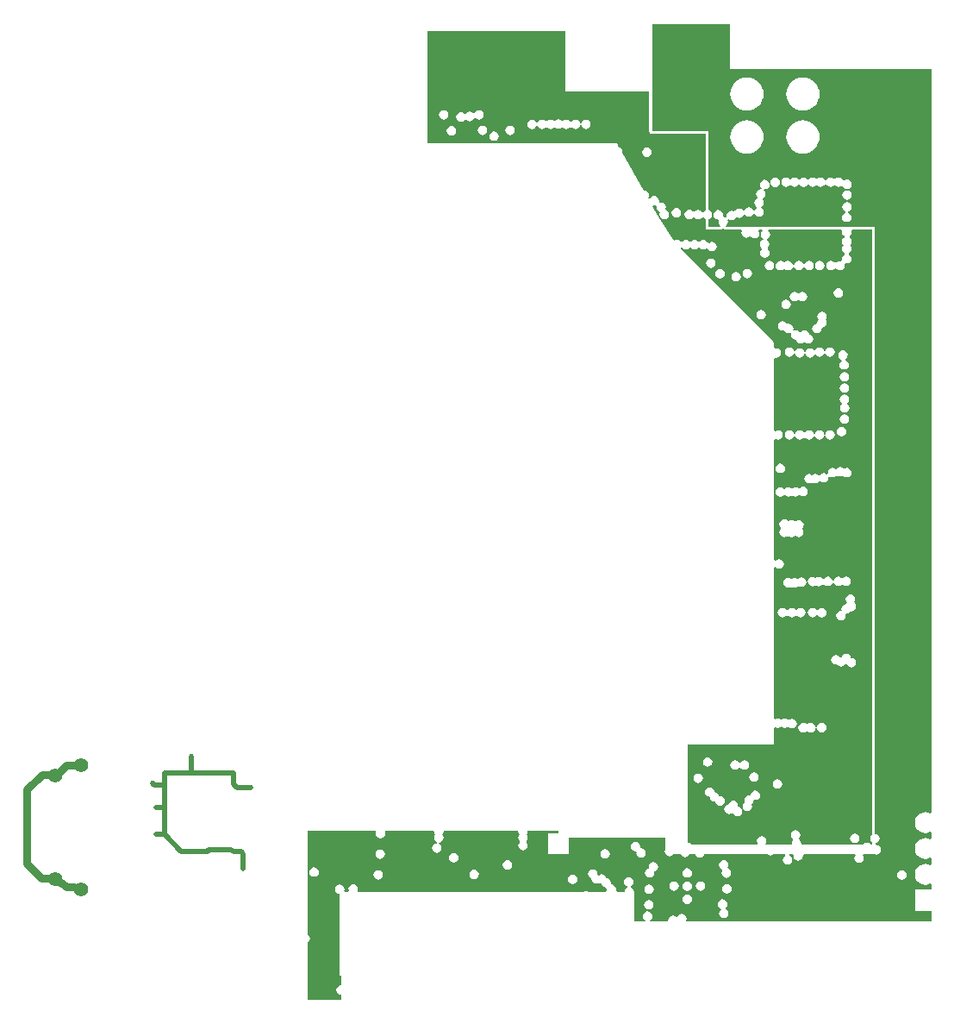
<source format=gbr>
G04*
G04 #@! TF.GenerationSoftware,Altium Limited,Altium Designer,24.9.1 (31)*
G04*
G04 Layer_Physical_Order=5*
G04 Layer_Color=16776960*
%FSLAX25Y25*%
%MOIN*%
G70*
G04*
G04 #@! TF.SameCoordinates,8C3FED30-37FA-4A54-8C90-A1F039295453*
G04*
G04*
G04 #@! TF.FilePolarity,Positive*
G04*
G01*
G75*
%ADD149C,0.02000*%
%ADD163C,0.05512*%
%ADD165C,0.01600*%
%ADD166C,0.03000*%
G36*
X312673Y-23296D02*
X312656Y-23476D01*
X312673Y-23655D01*
Y-30315D01*
X390551D01*
Y-317623D01*
X390051Y-317882D01*
X389247Y-317549D01*
X388189Y-317410D01*
X387131Y-317549D01*
X386146Y-317957D01*
X385300Y-318607D01*
X384650Y-319453D01*
X384242Y-320439D01*
X384103Y-321496D01*
X384242Y-322554D01*
X384650Y-323539D01*
X385300Y-324385D01*
X386146Y-325035D01*
X387131Y-325443D01*
X388189Y-325582D01*
X389247Y-325443D01*
X390051Y-325110D01*
X390551Y-325369D01*
Y-327623D01*
X390051Y-327882D01*
X389247Y-327549D01*
X388189Y-327410D01*
X387131Y-327549D01*
X386146Y-327957D01*
X385300Y-328607D01*
X384650Y-329453D01*
X384242Y-330438D01*
X384103Y-331496D01*
X384242Y-332554D01*
X384650Y-333539D01*
X385300Y-334385D01*
X386146Y-335035D01*
X387131Y-335443D01*
X388189Y-335582D01*
X389247Y-335443D01*
X390051Y-335110D01*
X390551Y-335369D01*
Y-337623D01*
X390051Y-337882D01*
X389247Y-337549D01*
X388189Y-337410D01*
X387131Y-337549D01*
X386146Y-337957D01*
X385300Y-338607D01*
X384650Y-339453D01*
X384242Y-340439D01*
X384103Y-341496D01*
X384242Y-342554D01*
X384650Y-343539D01*
X385300Y-344385D01*
X386146Y-345035D01*
X387131Y-345443D01*
X388189Y-345582D01*
X389247Y-345443D01*
X390051Y-345110D01*
X390551Y-345369D01*
Y-347445D01*
X384138D01*
Y-355547D01*
X390551D01*
Y-359783D01*
X295921D01*
X295661Y-359372D01*
X295668Y-359283D01*
X295804Y-358602D01*
X295664Y-357900D01*
X295266Y-357305D01*
X294671Y-356907D01*
X293969Y-356767D01*
X293266Y-356907D01*
X292671Y-357305D01*
X292315Y-357837D01*
X292047Y-357922D01*
X291753Y-357951D01*
X291223Y-357596D01*
X290521Y-357457D01*
X289818Y-357596D01*
X289223Y-357994D01*
X288825Y-358590D01*
X288685Y-359292D01*
X288706Y-359397D01*
X288389Y-359783D01*
X281613D01*
X281414Y-359320D01*
X281420Y-359283D01*
X281991Y-358902D01*
X282388Y-358307D01*
X282528Y-357604D01*
X282388Y-356902D01*
X281991Y-356307D01*
X281395Y-355909D01*
X280693Y-355769D01*
X279991Y-355909D01*
X279395Y-356307D01*
X278997Y-356902D01*
X278857Y-357604D01*
X278997Y-358307D01*
X279395Y-358902D01*
X279965Y-359283D01*
X279972Y-359320D01*
X279773Y-359783D01*
X275416D01*
Y-348284D01*
X275416D01*
X275423Y-348213D01*
X275283Y-347510D01*
X274886Y-346915D01*
X274290Y-346517D01*
X274220Y-346503D01*
X274157Y-346243D01*
X274168Y-345983D01*
X274699Y-345628D01*
X275097Y-345033D01*
X275236Y-344331D01*
X275097Y-343628D01*
X274699Y-343033D01*
X274103Y-342635D01*
X273401Y-342495D01*
X272699Y-342635D01*
X272103Y-343033D01*
X271705Y-343628D01*
X271566Y-344331D01*
X271705Y-345033D01*
X272103Y-345628D01*
X272699Y-346026D01*
X272768Y-346040D01*
X272832Y-346300D01*
X272821Y-346560D01*
X272290Y-346915D01*
X271892Y-347510D01*
X271753Y-348213D01*
X271694Y-348284D01*
X268820D01*
X268493Y-347784D01*
X268587Y-347308D01*
X268447Y-346606D01*
X268050Y-346011D01*
X267454Y-345613D01*
X266788Y-345480D01*
X266751Y-345472D01*
X266406Y-345032D01*
X266476Y-344681D01*
X266336Y-343979D01*
X265938Y-343383D01*
X265342Y-342985D01*
X264702Y-342858D01*
X264650Y-342595D01*
X264252Y-342000D01*
X263656Y-341602D01*
X262954Y-341462D01*
X262252Y-341602D01*
X261904Y-341834D01*
X261556Y-341602D01*
X261285Y-341548D01*
X261320Y-341370D01*
X261181Y-340668D01*
X260783Y-340073D01*
X260187Y-339675D01*
X259485Y-339535D01*
X258783Y-339675D01*
X258187Y-340073D01*
X257790Y-340668D01*
X257650Y-341370D01*
X257790Y-342073D01*
X258187Y-342668D01*
X258783Y-343066D01*
X259054Y-343120D01*
X259019Y-343297D01*
X259158Y-344000D01*
X259556Y-344595D01*
X260152Y-344993D01*
X260854Y-345133D01*
X261556Y-344993D01*
X261904Y-344761D01*
X262252Y-344993D01*
X262892Y-345120D01*
X262945Y-345383D01*
X263342Y-345979D01*
X263938Y-346376D01*
X264605Y-346509D01*
X264641Y-346517D01*
X264986Y-346957D01*
X264917Y-347308D01*
X265011Y-347784D01*
X264683Y-348284D01*
X257757D01*
X257519Y-348125D01*
X256817Y-347985D01*
X256115Y-348125D01*
X255877Y-348284D01*
X168751D01*
X168721Y-348228D01*
X168537Y-347784D01*
X168662Y-347155D01*
X168523Y-346452D01*
X168125Y-345857D01*
X167529Y-345459D01*
X166827Y-345319D01*
X166125Y-345459D01*
X165529Y-345857D01*
X165132Y-346452D01*
X164992Y-347155D01*
X165117Y-347784D01*
X164933Y-348228D01*
X164903Y-348284D01*
X163649D01*
X163368Y-347784D01*
X163483Y-347208D01*
X163343Y-346505D01*
X162945Y-345910D01*
X162350Y-345512D01*
X161648Y-345373D01*
X160945Y-345512D01*
X160350Y-345910D01*
X159952Y-346505D01*
X159812Y-347208D01*
X159952Y-347910D01*
X160350Y-348506D01*
X160945Y-348903D01*
X161592Y-349032D01*
Y-380600D01*
X161696Y-380525D01*
X162141Y-380751D01*
Y-384331D01*
X161439Y-384471D01*
X160844Y-384869D01*
X160446Y-385464D01*
X160306Y-386167D01*
X160446Y-386869D01*
X160844Y-387464D01*
X161439Y-387862D01*
X162141Y-388002D01*
Y-389897D01*
X149144D01*
Y-367780D01*
X149555Y-367506D01*
X149953Y-366911D01*
X150093Y-366208D01*
X149953Y-365506D01*
X149555Y-364911D01*
X149144Y-364636D01*
Y-324530D01*
X175543D01*
X175778Y-324971D01*
X175706Y-325079D01*
X175566Y-325781D01*
X175706Y-326484D01*
X176104Y-327079D01*
X176699Y-327477D01*
X177401Y-327617D01*
X178104Y-327477D01*
X178699Y-327079D01*
X179097Y-326484D01*
X179237Y-325781D01*
X179097Y-325079D01*
X179025Y-324971D01*
X179261Y-324530D01*
X197874D01*
X198127Y-324838D01*
X198266Y-325540D01*
X198652Y-326117D01*
X198266Y-326695D01*
X198127Y-327397D01*
X198266Y-328099D01*
X198664Y-328695D01*
X199216Y-329063D01*
X199216Y-329092D01*
X199190Y-329321D01*
X199118Y-329554D01*
X198510Y-329675D01*
X197915Y-330072D01*
X197517Y-330668D01*
X197377Y-331370D01*
X197517Y-332072D01*
X197915Y-332668D01*
X198510Y-333066D01*
X199213Y-333206D01*
X199915Y-333066D01*
X200510Y-332668D01*
X200908Y-332072D01*
X201048Y-331370D01*
X200908Y-330668D01*
X200510Y-330072D01*
X199959Y-329704D01*
X199959Y-329675D01*
X199985Y-329446D01*
X200056Y-329214D01*
X200664Y-329093D01*
X201260Y-328695D01*
X201658Y-328099D01*
X201797Y-327397D01*
X201658Y-326695D01*
X201272Y-326117D01*
X201658Y-325540D01*
X201797Y-324838D01*
X202050Y-324530D01*
X230426D01*
X230661Y-324816D01*
X230800Y-325519D01*
X231184Y-326093D01*
X230789Y-326684D01*
X230650Y-327386D01*
X230789Y-328088D01*
X231083Y-328528D01*
X231155Y-328856D01*
X231087Y-329218D01*
X230800Y-329647D01*
X230661Y-330350D01*
X230800Y-331052D01*
X231198Y-331647D01*
X231793Y-332045D01*
X232496Y-332185D01*
X233198Y-332045D01*
X233794Y-331647D01*
X234191Y-331052D01*
X234331Y-330350D01*
X234191Y-329647D01*
X233898Y-329208D01*
X233826Y-328880D01*
X233894Y-328518D01*
X234181Y-328088D01*
X234320Y-327386D01*
X234181Y-326684D01*
X233797Y-326109D01*
X234191Y-325519D01*
X234331Y-324816D01*
X234566Y-324530D01*
X246132D01*
Y-325535D01*
X242142D01*
Y-333638D01*
X250244D01*
Y-327169D01*
X287647D01*
Y-331812D01*
X287512Y-332015D01*
X287372Y-332718D01*
X287512Y-333420D01*
X287647Y-333623D01*
Y-333739D01*
X287725D01*
X287910Y-334015D01*
X288505Y-334413D01*
X289207Y-334553D01*
X289910Y-334413D01*
X290505Y-334015D01*
X290689Y-333739D01*
X293464D01*
X293839Y-334301D01*
X294435Y-334699D01*
X295137Y-334838D01*
X295839Y-334699D01*
X296435Y-334301D01*
X296810Y-333739D01*
X299199D01*
X299241Y-333953D01*
X299639Y-334548D01*
X300234Y-334946D01*
X300937Y-335086D01*
X301639Y-334946D01*
X302234Y-334548D01*
X302632Y-333953D01*
X302675Y-333739D01*
X326923D01*
X326932Y-333753D01*
X327527Y-334151D01*
X328230Y-334290D01*
X328932Y-334151D01*
X329528Y-333753D01*
X329536Y-333739D01*
X333936D01*
X333988Y-333881D01*
X334019Y-334240D01*
X333504Y-334584D01*
X333106Y-335179D01*
X332967Y-335881D01*
X333106Y-336584D01*
X333504Y-337179D01*
X334100Y-337577D01*
X334802Y-337717D01*
X335504Y-337577D01*
X336100Y-337179D01*
X336498Y-336584D01*
X336637Y-335881D01*
X336498Y-335179D01*
X336100Y-334584D01*
X335585Y-334240D01*
X335598Y-333739D01*
X335674Y-333654D01*
X336830D01*
X337239Y-334154D01*
X337178Y-334457D01*
X337318Y-335159D01*
X337716Y-335755D01*
X338311Y-336153D01*
X339014Y-336292D01*
X339716Y-336153D01*
X340311Y-335755D01*
X340709Y-335159D01*
X340849Y-334457D01*
X340789Y-334154D01*
X341197Y-333654D01*
X360918D01*
X361134Y-334154D01*
X360844Y-334588D01*
X360704Y-335291D01*
X360844Y-335993D01*
X361242Y-336589D01*
X361837Y-336986D01*
X362539Y-337126D01*
X363242Y-336986D01*
X363837Y-336589D01*
X364235Y-335993D01*
X364374Y-335291D01*
X364235Y-334588D01*
X363944Y-334154D01*
X364160Y-333654D01*
X368386D01*
X368458Y-333701D01*
X369160Y-333841D01*
X369862Y-333701D01*
X370458Y-333303D01*
X370855Y-332708D01*
X370995Y-332006D01*
X370855Y-331303D01*
X370458Y-330708D01*
X369862Y-330310D01*
X369160Y-330170D01*
X368846Y-329778D01*
X368899Y-329459D01*
X369375Y-329365D01*
X369970Y-328967D01*
X370368Y-328372D01*
X370508Y-327669D01*
X370368Y-326967D01*
X369970Y-326372D01*
X369375Y-325974D01*
X368672Y-325834D01*
Y-91339D01*
X310948D01*
X310796Y-90839D01*
X311215Y-90559D01*
X311613Y-89963D01*
X311753Y-89261D01*
X311647Y-88728D01*
X312068Y-88408D01*
X312375Y-88613D01*
X313078Y-88753D01*
X313780Y-88613D01*
X314375Y-88215D01*
X314633Y-87830D01*
X315241Y-87635D01*
X315408Y-87747D01*
X316110Y-87886D01*
X316813Y-87747D01*
X317408Y-87349D01*
X317806Y-86753D01*
X317844Y-86565D01*
X318374Y-86459D01*
X318624Y-86832D01*
X319219Y-87230D01*
X319921Y-87370D01*
X320624Y-87230D01*
X321219Y-86832D01*
X321568Y-86311D01*
X321886Y-86304D01*
X322093Y-86355D01*
X322481Y-86936D01*
X323077Y-87334D01*
X323779Y-87473D01*
X324481Y-87334D01*
X325077Y-86936D01*
X325475Y-86341D01*
X325614Y-85638D01*
X325475Y-84936D01*
X325077Y-84341D01*
X324690Y-84082D01*
Y-83513D01*
X325077Y-83255D01*
X325475Y-82659D01*
X325614Y-81957D01*
X325475Y-81255D01*
X325178Y-80810D01*
X325206Y-80429D01*
X325322Y-80222D01*
X325811Y-79895D01*
X326209Y-79300D01*
X326349Y-78597D01*
X326209Y-77895D01*
X325811Y-77300D01*
X325553Y-77127D01*
X325748Y-76656D01*
X326034Y-76713D01*
X326736Y-76573D01*
X327331Y-76176D01*
X327729Y-75580D01*
X327869Y-74878D01*
X327729Y-74176D01*
X327331Y-73580D01*
X326736Y-73182D01*
X326034Y-73043D01*
X325331Y-73182D01*
X324736Y-73580D01*
X324338Y-74176D01*
X324199Y-74878D01*
X324338Y-75580D01*
X324736Y-76176D01*
X324994Y-76348D01*
X324799Y-76819D01*
X324513Y-76762D01*
X323811Y-76902D01*
X323216Y-77300D01*
X322818Y-77895D01*
X322678Y-78597D01*
X322818Y-79300D01*
X323115Y-79744D01*
X323087Y-80125D01*
X322970Y-80332D01*
X322481Y-80659D01*
X322083Y-81255D01*
X321944Y-81957D01*
X322083Y-82659D01*
X322481Y-83255D01*
X322868Y-83513D01*
Y-84082D01*
X322481Y-84341D01*
X322133Y-84862D01*
X321814Y-84869D01*
X321607Y-84817D01*
X321219Y-84237D01*
X320624Y-83839D01*
X319921Y-83699D01*
X319219Y-83839D01*
X318624Y-84237D01*
X318226Y-84832D01*
X318188Y-85021D01*
X317657Y-85126D01*
X317408Y-84753D01*
X316813Y-84355D01*
X316110Y-84216D01*
X315408Y-84355D01*
X314813Y-84753D01*
X314555Y-85139D01*
X313947Y-85334D01*
X313780Y-85222D01*
X313078Y-85082D01*
X312375Y-85222D01*
X311780Y-85620D01*
X311382Y-86215D01*
X311242Y-86918D01*
X311349Y-87451D01*
X310928Y-87771D01*
X310620Y-87565D01*
X310186Y-87479D01*
X309907Y-87371D01*
X309823Y-86936D01*
X309888Y-86607D01*
X309748Y-85905D01*
X309350Y-85309D01*
X308755Y-84911D01*
X308053Y-84772D01*
X307350Y-84911D01*
X306755Y-85309D01*
X306357Y-85905D01*
X306218Y-86607D01*
X306357Y-87309D01*
X306755Y-87905D01*
X307350Y-88302D01*
X307785Y-88389D01*
X308063Y-88497D01*
X308148Y-88932D01*
X308082Y-89261D01*
X308222Y-89963D01*
X308620Y-90559D01*
X309039Y-90839D01*
X308887Y-91339D01*
X304105D01*
Y-88285D01*
X304553Y-88196D01*
X305148Y-87799D01*
X305546Y-87203D01*
X305685Y-86501D01*
X305546Y-85799D01*
X305148Y-85203D01*
X304553Y-84805D01*
X304105Y-84716D01*
Y-54445D01*
X282401D01*
Y-12992D01*
X312673D01*
Y-23296D01*
D02*
G37*
G36*
X249007Y-38976D02*
X281382D01*
Y-54445D01*
X281459Y-54835D01*
X281680Y-55166D01*
X282011Y-55387D01*
X282401Y-55465D01*
X303086D01*
Y-84716D01*
X303105Y-84815D01*
Y-84834D01*
X302553Y-85203D01*
X302302Y-85578D01*
X301721Y-85609D01*
X301495Y-85269D01*
X300899Y-84872D01*
X300197Y-84732D01*
X299495Y-84872D01*
X298899Y-85269D01*
X298835Y-85366D01*
X298234D01*
X298125Y-85203D01*
X297529Y-84805D01*
X296827Y-84666D01*
X296125Y-84805D01*
X295529Y-85203D01*
X295131Y-85799D01*
X294992Y-86501D01*
X295131Y-87203D01*
X295529Y-87799D01*
X296125Y-88196D01*
X296827Y-88336D01*
X297529Y-88196D01*
X298125Y-87799D01*
X298189Y-87702D01*
X298791D01*
X298899Y-87865D01*
X299495Y-88263D01*
X300197Y-88402D01*
X300899Y-88263D01*
X301495Y-87865D01*
X301745Y-87490D01*
X302326Y-87459D01*
X302553Y-87799D01*
X303105Y-88168D01*
Y-88187D01*
X303086Y-88285D01*
Y-91339D01*
X303164Y-91729D01*
X303384Y-92059D01*
X303715Y-92281D01*
X304105Y-92358D01*
X308887D01*
X308937Y-92348D01*
X308987Y-92353D01*
X309130Y-92310D01*
X309277Y-92281D01*
X309319Y-92252D01*
X309368Y-92238D01*
X309483Y-92143D01*
X309608Y-92059D01*
X309636Y-92018D01*
X309648Y-92013D01*
X309917Y-91994D01*
X310187Y-92013D01*
X310199Y-92018D01*
X310227Y-92059D01*
X310352Y-92143D01*
X310468Y-92238D01*
X310516Y-92252D01*
X310558Y-92281D01*
X310705Y-92310D01*
X310848Y-92353D01*
X310898Y-92348D01*
X310948Y-92358D01*
X316959D01*
X317226Y-92858D01*
X317112Y-93028D01*
X316973Y-93731D01*
X317112Y-94433D01*
X317510Y-95028D01*
X318106Y-95426D01*
X318808Y-95566D01*
X319510Y-95426D01*
X320106Y-95028D01*
X320698Y-95042D01*
X320797Y-95190D01*
X321393Y-95588D01*
X322095Y-95727D01*
X322797Y-95588D01*
X323393Y-95190D01*
X323791Y-94594D01*
X323930Y-93892D01*
X323791Y-93190D01*
X323569Y-92858D01*
X323836Y-92358D01*
X325001D01*
X325152Y-92858D01*
X324971Y-92979D01*
X324573Y-93575D01*
X324434Y-94277D01*
X324573Y-94979D01*
X324971Y-95575D01*
X325401Y-95862D01*
X325303Y-96391D01*
X325205Y-96411D01*
X324610Y-96808D01*
X324212Y-97404D01*
X324072Y-98106D01*
X324212Y-98808D01*
X324610Y-99404D01*
X324805Y-99534D01*
Y-99968D01*
X324732Y-100087D01*
X324338Y-100676D01*
X324199Y-101378D01*
X324338Y-102080D01*
X324736Y-102676D01*
X325331Y-103074D01*
X326034Y-103213D01*
X326736Y-103074D01*
X327331Y-102676D01*
X327729Y-102080D01*
X327869Y-101378D01*
X327729Y-100676D01*
X327331Y-100080D01*
X327136Y-99950D01*
Y-99516D01*
X327209Y-99397D01*
X327603Y-98808D01*
X327743Y-98106D01*
X327603Y-97404D01*
X327205Y-96808D01*
X326775Y-96521D01*
X326873Y-95992D01*
X326971Y-95973D01*
X327567Y-95575D01*
X327964Y-94979D01*
X328104Y-94277D01*
X327964Y-93575D01*
X327567Y-92979D01*
X327385Y-92858D01*
X327537Y-92358D01*
X355605D01*
X355981Y-92858D01*
X355906Y-93232D01*
X356046Y-93934D01*
X356444Y-94530D01*
X356749Y-94733D01*
Y-95335D01*
X356444Y-95538D01*
X356046Y-96134D01*
X355906Y-96836D01*
X356046Y-97538D01*
X356305Y-97926D01*
X356403Y-98284D01*
X356305Y-98642D01*
X356046Y-99029D01*
X355906Y-99732D01*
X356046Y-100434D01*
X356444Y-101030D01*
X357031Y-101422D01*
X357039Y-101469D01*
Y-101889D01*
X357031Y-101936D01*
X356444Y-102328D01*
X356046Y-102923D01*
X355906Y-103626D01*
X356002Y-104105D01*
X355995Y-104120D01*
X355603Y-104497D01*
X355105Y-104397D01*
X354403Y-104537D01*
X353808Y-104935D01*
X353675Y-105133D01*
X353074D01*
X352941Y-104935D01*
X352346Y-104537D01*
X351644Y-104397D01*
X350941Y-104537D01*
X350346Y-104935D01*
X349948Y-105531D01*
X349808Y-106233D01*
X349948Y-106935D01*
X350346Y-107530D01*
X350941Y-107928D01*
X351644Y-108068D01*
X352346Y-107928D01*
X352941Y-107530D01*
X353074Y-107332D01*
X353675D01*
X353808Y-107530D01*
X354403Y-107928D01*
X355105Y-108068D01*
X355808Y-107928D01*
X356403Y-107530D01*
X356801Y-106935D01*
X356941Y-106233D01*
X356845Y-105754D01*
X356852Y-105738D01*
X357244Y-105362D01*
X357742Y-105461D01*
X358444Y-105321D01*
X359039Y-104923D01*
X359437Y-104328D01*
X359577Y-103626D01*
X359437Y-102923D01*
X359039Y-102328D01*
X358452Y-101936D01*
X358444Y-101889D01*
Y-101469D01*
X358452Y-101422D01*
X359039Y-101030D01*
X359437Y-100434D01*
X359577Y-99732D01*
X359437Y-99029D01*
X359178Y-98642D01*
X359080Y-98284D01*
X359178Y-97926D01*
X359437Y-97538D01*
X359577Y-96836D01*
X359437Y-96134D01*
X359039Y-95538D01*
X358734Y-95335D01*
Y-94733D01*
X359039Y-94530D01*
X359437Y-93934D01*
X359577Y-93232D01*
X359503Y-92858D01*
X359878Y-92358D01*
X367474D01*
Y-326305D01*
X367375Y-326372D01*
X366977Y-326967D01*
X366837Y-327669D01*
X366977Y-328372D01*
X367375Y-328967D01*
X367474Y-329033D01*
Y-330028D01*
X366981D01*
X366759Y-329696D01*
X366164Y-329298D01*
X365461Y-329158D01*
X364759Y-329298D01*
X364164Y-329696D01*
X363942Y-330028D01*
X340417D01*
X340099Y-329642D01*
X340123Y-329525D01*
X339983Y-328822D01*
X339585Y-328227D01*
X339397Y-328101D01*
X339233Y-327608D01*
X339631Y-327013D01*
X339771Y-326311D01*
X339631Y-325608D01*
X339233Y-325013D01*
X338638Y-324615D01*
X337936Y-324476D01*
X337233Y-324615D01*
X336638Y-325013D01*
X336240Y-325608D01*
X336100Y-326311D01*
X336240Y-327013D01*
X336638Y-327609D01*
X336827Y-327735D01*
X336990Y-328227D01*
X336592Y-328822D01*
X336452Y-329525D01*
X336475Y-329642D01*
X336158Y-330028D01*
X326630D01*
X326362Y-329528D01*
X326565Y-329225D01*
X326705Y-328523D01*
X326565Y-327821D01*
X326167Y-327225D01*
X325572Y-326827D01*
X324869Y-326688D01*
X324167Y-326827D01*
X323571Y-327225D01*
X323174Y-327821D01*
X323034Y-328523D01*
X323174Y-329225D01*
X323376Y-329528D01*
X323109Y-330028D01*
X297632D01*
X297449Y-329754D01*
X296854Y-329357D01*
X296152Y-329217D01*
Y-291350D01*
X329677D01*
Y-284956D01*
X330177Y-284689D01*
X330351Y-284805D01*
X331053Y-284945D01*
X331756Y-284805D01*
X332351Y-284407D01*
X332451D01*
X333047Y-284805D01*
X333749Y-284945D01*
X334452Y-284805D01*
X334760Y-284599D01*
X335312Y-284525D01*
X335907Y-284923D01*
X336610Y-285063D01*
X337312Y-284923D01*
X337908Y-284525D01*
X338305Y-283930D01*
X338445Y-283228D01*
X338305Y-282525D01*
X337908Y-281930D01*
X337312Y-281532D01*
X336610Y-281392D01*
X335907Y-281532D01*
X335599Y-281738D01*
X335047Y-281812D01*
X334452Y-281414D01*
X333749Y-281274D01*
X333047Y-281414D01*
X332798Y-281580D01*
X332401Y-281786D01*
X332005Y-281580D01*
X331756Y-281414D01*
X331053Y-281274D01*
X330351Y-281414D01*
X330177Y-281530D01*
X329677Y-281263D01*
Y-222862D01*
X330177Y-222710D01*
X330298Y-222891D01*
X330893Y-223289D01*
X331596Y-223429D01*
X332298Y-223289D01*
X332893Y-222891D01*
X333291Y-222296D01*
X333431Y-221593D01*
X333291Y-220891D01*
X332893Y-220296D01*
X332298Y-219898D01*
X331596Y-219758D01*
X330893Y-219898D01*
X330298Y-220296D01*
X330216Y-220418D01*
X330132Y-220433D01*
X329677Y-220145D01*
Y-173524D01*
X330177Y-173257D01*
X330510Y-173479D01*
X331212Y-173618D01*
X331914Y-173479D01*
X332510Y-173081D01*
X332908Y-172486D01*
X333047Y-171783D01*
X332908Y-171081D01*
X332510Y-170485D01*
X331914Y-170088D01*
X331212Y-169948D01*
X330510Y-170088D01*
X330177Y-170310D01*
X329677Y-170043D01*
Y-142169D01*
X330177Y-141768D01*
X330498Y-141832D01*
X331200Y-141692D01*
X331796Y-141294D01*
X332193Y-140699D01*
X332333Y-139997D01*
X332193Y-139294D01*
X331796Y-138699D01*
X331200Y-138301D01*
X330498Y-138161D01*
X330177Y-138225D01*
X329677Y-137825D01*
Y-135965D01*
X293451Y-99739D01*
X293625Y-99265D01*
X294114D01*
X294250Y-99467D01*
X294845Y-99865D01*
X295548Y-100004D01*
X296250Y-99865D01*
X296845Y-99467D01*
X296978Y-99268D01*
X297478D01*
X297596Y-99444D01*
X298192Y-99842D01*
X298894Y-99982D01*
X299596Y-99842D01*
X300192Y-99444D01*
X300337Y-99226D01*
X300837D01*
X300983Y-99444D01*
X301578Y-99842D01*
X302280Y-99982D01*
X302983Y-99842D01*
X303351Y-99596D01*
X303829Y-99668D01*
X303934Y-99762D01*
X304274Y-100270D01*
X304869Y-100668D01*
X305572Y-100808D01*
X306274Y-100668D01*
X306870Y-100270D01*
X307267Y-99675D01*
X307407Y-98972D01*
X307267Y-98270D01*
X306870Y-97675D01*
X306274Y-97277D01*
X305572Y-97137D01*
X304869Y-97277D01*
X304502Y-97523D01*
X304023Y-97451D01*
X303918Y-97357D01*
X303578Y-96849D01*
X302983Y-96451D01*
X302280Y-96311D01*
X301578Y-96451D01*
X300983Y-96849D01*
X300837Y-97066D01*
X300337D01*
X300192Y-96849D01*
X299596Y-96451D01*
X298894Y-96311D01*
X298192Y-96451D01*
X297596Y-96849D01*
X297463Y-97048D01*
X296963D01*
X296845Y-96872D01*
X296250Y-96474D01*
X295548Y-96334D01*
X294845Y-96474D01*
X294250Y-96872D01*
X294130Y-97051D01*
X293529D01*
X293393Y-96849D01*
X292798Y-96451D01*
X292095Y-96311D01*
X291393Y-96451D01*
X290972Y-96732D01*
X285840Y-89070D01*
X284370Y-86476D01*
X282616Y-83383D01*
X282939Y-82937D01*
X283238Y-82997D01*
X283766Y-82892D01*
X284141Y-83183D01*
X284199Y-83277D01*
X284121Y-83670D01*
X284261Y-84372D01*
X284659Y-84967D01*
X285166Y-85307D01*
X285453Y-85777D01*
X285314Y-86480D01*
X285453Y-87182D01*
X285851Y-87777D01*
X286446Y-88175D01*
X287149Y-88315D01*
X287851Y-88175D01*
X288446Y-87777D01*
X288844Y-87182D01*
X288984Y-86480D01*
X288844Y-85777D01*
X288446Y-85182D01*
X287939Y-84843D01*
X287652Y-84372D01*
X287792Y-83670D01*
X287652Y-82968D01*
X287254Y-82372D01*
X286659Y-81974D01*
X285956Y-81835D01*
X285429Y-81940D01*
X285053Y-81648D01*
X284996Y-81555D01*
X285074Y-81162D01*
X284934Y-80459D01*
X284536Y-79864D01*
X283941Y-79466D01*
X283238Y-79326D01*
X282536Y-79466D01*
X281941Y-79864D01*
X281610Y-80360D01*
X281212Y-80384D01*
X281060Y-80350D01*
X280903Y-80082D01*
X281103Y-79781D01*
X281243Y-79079D01*
X281103Y-78377D01*
X280706Y-77781D01*
X280110Y-77383D01*
X279408Y-77244D01*
X279164Y-77292D01*
X270909Y-62729D01*
X270993Y-62303D01*
X270854Y-61601D01*
X270456Y-61005D01*
X269861Y-60607D01*
X269687Y-60573D01*
X268735Y-58893D01*
X195630D01*
Y-52079D01*
Y-15748D01*
X249007D01*
Y-38976D01*
D02*
G37*
%LPC*%
G36*
X340754Y-33567D02*
X339496Y-33691D01*
X338287Y-34057D01*
X337173Y-34653D01*
X336197Y-35454D01*
X335395Y-36431D01*
X334800Y-37545D01*
X334433Y-38754D01*
X334309Y-40011D01*
X334433Y-41269D01*
X334800Y-42477D01*
X335395Y-43592D01*
X336197Y-44568D01*
X337173Y-45370D01*
X338287Y-45965D01*
X339496Y-46332D01*
X340754Y-46456D01*
X342011Y-46332D01*
X343220Y-45965D01*
X344334Y-45370D01*
X345310Y-44568D01*
X346112Y-43592D01*
X346707Y-42477D01*
X347074Y-41269D01*
X347198Y-40011D01*
X347074Y-38754D01*
X346707Y-37545D01*
X346112Y-36431D01*
X345310Y-35454D01*
X344334Y-34653D01*
X343220Y-34057D01*
X342011Y-33691D01*
X340754Y-33567D01*
D02*
G37*
G36*
X319100D02*
X317843Y-33691D01*
X316634Y-34057D01*
X315520Y-34653D01*
X314543Y-35454D01*
X313742Y-36431D01*
X313146Y-37545D01*
X312779Y-38754D01*
X312656Y-40011D01*
X312779Y-41269D01*
X313146Y-42477D01*
X313742Y-43592D01*
X314543Y-44568D01*
X315520Y-45370D01*
X316634Y-45965D01*
X317843Y-46332D01*
X319100Y-46456D01*
X320357Y-46332D01*
X321566Y-45965D01*
X322680Y-45370D01*
X323657Y-44568D01*
X324458Y-43592D01*
X325054Y-42477D01*
X325421Y-41269D01*
X325544Y-40011D01*
X325421Y-38754D01*
X325054Y-37545D01*
X324458Y-36431D01*
X323657Y-35454D01*
X322680Y-34653D01*
X321566Y-34057D01*
X320357Y-33691D01*
X319100Y-33567D01*
D02*
G37*
G36*
X340754Y-50102D02*
X339496Y-50226D01*
X338287Y-50593D01*
X337173Y-51188D01*
X336197Y-51990D01*
X335395Y-52966D01*
X334800Y-54080D01*
X334433Y-55290D01*
X334309Y-56547D01*
X334433Y-57804D01*
X334800Y-59013D01*
X335395Y-60127D01*
X336197Y-61104D01*
X337173Y-61905D01*
X338287Y-62501D01*
X339496Y-62867D01*
X340754Y-62991D01*
X342011Y-62867D01*
X343220Y-62501D01*
X344334Y-61905D01*
X345310Y-61104D01*
X346112Y-60127D01*
X346707Y-59013D01*
X347074Y-57804D01*
X347198Y-56547D01*
X347074Y-55290D01*
X346707Y-54080D01*
X346112Y-52966D01*
X345310Y-51990D01*
X344334Y-51188D01*
X343220Y-50593D01*
X342011Y-50226D01*
X340754Y-50102D01*
D02*
G37*
G36*
X319100D02*
X317843Y-50226D01*
X316634Y-50593D01*
X315520Y-51188D01*
X314543Y-51990D01*
X313742Y-52966D01*
X313146Y-54080D01*
X312779Y-55290D01*
X312656Y-56547D01*
X312779Y-57804D01*
X313146Y-59013D01*
X313742Y-60127D01*
X314543Y-61104D01*
X315520Y-61905D01*
X316634Y-62501D01*
X317843Y-62867D01*
X319100Y-62991D01*
X320357Y-62867D01*
X321566Y-62501D01*
X322680Y-61905D01*
X323657Y-61104D01*
X324458Y-60127D01*
X325054Y-59013D01*
X325421Y-57804D01*
X325544Y-56547D01*
X325421Y-55290D01*
X325054Y-54080D01*
X324458Y-52966D01*
X323657Y-51990D01*
X322680Y-51188D01*
X321566Y-50593D01*
X320357Y-50226D01*
X319100Y-50102D01*
D02*
G37*
G36*
X354581Y-72263D02*
X353879Y-72402D01*
X353346Y-72759D01*
X353144Y-72809D01*
X352912D01*
X352710Y-72759D01*
X352177Y-72402D01*
X351474Y-72263D01*
X350772Y-72402D01*
X350177Y-72800D01*
X349827Y-73324D01*
X349555Y-73363D01*
X349283Y-73324D01*
X348934Y-72800D01*
X348338Y-72402D01*
X347636Y-72263D01*
X346934Y-72402D01*
X346338Y-72800D01*
X345914D01*
X345319Y-72402D01*
X344616Y-72263D01*
X343914Y-72402D01*
X343319Y-72800D01*
X343117Y-73101D01*
X342516D01*
X342326Y-72817D01*
X341731Y-72419D01*
X341028Y-72280D01*
X340326Y-72419D01*
X339731Y-72817D01*
X339563Y-73068D01*
X338962D01*
X338783Y-72800D01*
X338187Y-72402D01*
X337485Y-72263D01*
X336783Y-72402D01*
X336187Y-72800D01*
X336134Y-72881D01*
X335634D01*
X335580Y-72800D01*
X334984Y-72402D01*
X334282Y-72263D01*
X333580Y-72402D01*
X332984Y-72800D01*
X332587Y-73395D01*
X332447Y-74098D01*
X332587Y-74800D01*
X332984Y-75396D01*
X333580Y-75793D01*
X334282Y-75933D01*
X334984Y-75793D01*
X335580Y-75396D01*
X335634Y-75315D01*
X336134D01*
X336187Y-75396D01*
X336783Y-75793D01*
X337485Y-75933D01*
X338187Y-75793D01*
X338783Y-75396D01*
X338950Y-75145D01*
X339552D01*
X339731Y-75413D01*
X340326Y-75810D01*
X341028Y-75950D01*
X341731Y-75810D01*
X342326Y-75413D01*
X342527Y-75111D01*
X343129D01*
X343319Y-75396D01*
X343914Y-75793D01*
X344616Y-75933D01*
X345319Y-75793D01*
X345914Y-75396D01*
X346338D01*
X346934Y-75793D01*
X347636Y-75933D01*
X348338Y-75793D01*
X348934Y-75396D01*
X349283Y-74872D01*
X349555Y-74832D01*
X349827Y-74872D01*
X350177Y-75396D01*
X350772Y-75793D01*
X351474Y-75933D01*
X352177Y-75793D01*
X352710Y-75437D01*
X352912Y-75387D01*
X353144D01*
X353346Y-75437D01*
X353879Y-75793D01*
X354581Y-75933D01*
X355284Y-75793D01*
X355674Y-75533D01*
X356051Y-75512D01*
X356292Y-75675D01*
X356576Y-76101D01*
X357172Y-76499D01*
X357874Y-76638D01*
X358576Y-76499D01*
X359172Y-76101D01*
X359570Y-75506D01*
X359709Y-74803D01*
X359570Y-74101D01*
X359172Y-73505D01*
X358576Y-73108D01*
X357874Y-72968D01*
X357172Y-73108D01*
X356781Y-73368D01*
X356404Y-73389D01*
X356164Y-73226D01*
X355879Y-72800D01*
X355284Y-72402D01*
X354581Y-72263D01*
D02*
G37*
G36*
X330082Y-72319D02*
X329380Y-72459D01*
X328784Y-72857D01*
X328386Y-73452D01*
X328247Y-74155D01*
X328386Y-74857D01*
X328784Y-75452D01*
X329380Y-75850D01*
X330082Y-75990D01*
X330784Y-75850D01*
X331380Y-75452D01*
X331778Y-74857D01*
X331917Y-74155D01*
X331778Y-73452D01*
X331380Y-72857D01*
X330784Y-72459D01*
X330082Y-72319D01*
D02*
G37*
G36*
X357874Y-77244D02*
X357172Y-77383D01*
X356576Y-77781D01*
X356178Y-78377D01*
X356039Y-79079D01*
X356178Y-79781D01*
X356576Y-80376D01*
X357172Y-80774D01*
X357874Y-80914D01*
X358576Y-80774D01*
X359172Y-80376D01*
X359570Y-79781D01*
X359709Y-79079D01*
X359570Y-78377D01*
X359172Y-77781D01*
X358576Y-77383D01*
X357874Y-77244D01*
D02*
G37*
G36*
Y-81795D02*
X357172Y-81935D01*
X356576Y-82332D01*
X356178Y-82928D01*
X356039Y-83630D01*
X356178Y-84333D01*
X356576Y-84928D01*
X357172Y-85326D01*
X357315Y-85354D01*
Y-85864D01*
X357039Y-85919D01*
X356444Y-86317D01*
X356046Y-86912D01*
X355906Y-87615D01*
X356046Y-88317D01*
X356444Y-88912D01*
X357039Y-89310D01*
X357742Y-89450D01*
X358444Y-89310D01*
X359039Y-88912D01*
X359437Y-88317D01*
X359577Y-87615D01*
X359437Y-86912D01*
X359039Y-86317D01*
X358444Y-85919D01*
X358301Y-85890D01*
Y-85381D01*
X358576Y-85326D01*
X359172Y-84928D01*
X359570Y-84333D01*
X359709Y-83630D01*
X359570Y-82928D01*
X359172Y-82332D01*
X358576Y-81935D01*
X357874Y-81795D01*
D02*
G37*
G36*
X276022Y-328866D02*
X275320Y-329006D01*
X274725Y-329404D01*
X274327Y-329999D01*
X274187Y-330701D01*
X274327Y-331404D01*
X274725Y-331999D01*
X275320Y-332397D01*
X276022Y-332537D01*
X276402Y-332971D01*
X276347Y-333251D01*
X276486Y-333953D01*
X276884Y-334548D01*
X277480Y-334946D01*
X278182Y-335086D01*
X278884Y-334946D01*
X279480Y-334548D01*
X279877Y-333953D01*
X280017Y-333251D01*
X279877Y-332548D01*
X279480Y-331953D01*
X278884Y-331555D01*
X278182Y-331415D01*
X277802Y-330981D01*
X277858Y-330701D01*
X277718Y-329999D01*
X277320Y-329404D01*
X276725Y-329006D01*
X276022Y-328866D01*
D02*
G37*
G36*
X264327Y-331704D02*
X263624Y-331844D01*
X263029Y-332242D01*
X262631Y-332837D01*
X262491Y-333539D01*
X262631Y-334242D01*
X263029Y-334837D01*
X263624Y-335235D01*
X264327Y-335375D01*
X265029Y-335235D01*
X265624Y-334837D01*
X266022Y-334242D01*
X266162Y-333539D01*
X266022Y-332837D01*
X265624Y-332242D01*
X265029Y-331844D01*
X264327Y-331704D01*
D02*
G37*
G36*
X177284Y-331946D02*
X176582Y-332086D01*
X175987Y-332484D01*
X175589Y-333079D01*
X175449Y-333782D01*
X175589Y-334484D01*
X175987Y-335079D01*
X176582Y-335477D01*
X177284Y-335617D01*
X177987Y-335477D01*
X178582Y-335079D01*
X178980Y-334484D01*
X179120Y-333782D01*
X178980Y-333079D01*
X178582Y-332484D01*
X177987Y-332086D01*
X177284Y-331946D01*
D02*
G37*
G36*
X205750Y-333252D02*
X205047Y-333391D01*
X204452Y-333789D01*
X204054Y-334385D01*
X203915Y-335087D01*
X204054Y-335789D01*
X204452Y-336385D01*
X205047Y-336783D01*
X205750Y-336922D01*
X206452Y-336783D01*
X207048Y-336385D01*
X207445Y-335789D01*
X207585Y-335087D01*
X207445Y-334385D01*
X207048Y-333789D01*
X206452Y-333391D01*
X205750Y-333252D01*
D02*
G37*
G36*
X226464Y-336000D02*
X225761Y-336140D01*
X225166Y-336538D01*
X224768Y-337133D01*
X224628Y-337836D01*
X224768Y-338538D01*
X225166Y-339133D01*
X225761Y-339531D01*
X226464Y-339671D01*
X227166Y-339531D01*
X227761Y-339133D01*
X228159Y-338538D01*
X228299Y-337836D01*
X228159Y-337133D01*
X227761Y-336538D01*
X227166Y-336140D01*
X226464Y-336000D01*
D02*
G37*
G36*
X151714Y-338690D02*
X151012Y-338829D01*
X150417Y-339227D01*
X150019Y-339823D01*
X149879Y-340525D01*
X150019Y-341227D01*
X150417Y-341823D01*
X151012Y-342221D01*
X151714Y-342360D01*
X152417Y-342221D01*
X153012Y-341823D01*
X153410Y-341227D01*
X153550Y-340525D01*
X153410Y-339823D01*
X153012Y-339227D01*
X152417Y-338829D01*
X151714Y-338690D01*
D02*
G37*
G36*
X296047Y-339064D02*
X295345Y-339204D01*
X294750Y-339602D01*
X294352Y-340197D01*
X294212Y-340899D01*
X294352Y-341602D01*
X294750Y-342197D01*
X295345Y-342595D01*
X296047Y-342735D01*
X296750Y-342595D01*
X297345Y-342197D01*
X297743Y-341602D01*
X297883Y-340899D01*
X297743Y-340197D01*
X297345Y-339602D01*
X296750Y-339204D01*
X296047Y-339064D01*
D02*
G37*
G36*
X282937Y-336737D02*
X282234Y-336877D01*
X281639Y-337274D01*
X281241Y-337870D01*
X281101Y-338572D01*
X281219Y-339164D01*
X280722Y-339263D01*
X280127Y-339661D01*
X279729Y-340256D01*
X279589Y-340958D01*
X279729Y-341661D01*
X280127Y-342256D01*
X280722Y-342654D01*
X281424Y-342794D01*
X282127Y-342654D01*
X282722Y-342256D01*
X283120Y-341661D01*
X283260Y-340958D01*
X283142Y-340367D01*
X283639Y-340268D01*
X284234Y-339870D01*
X284632Y-339274D01*
X284772Y-338572D01*
X284632Y-337870D01*
X284234Y-337274D01*
X283639Y-336877D01*
X282937Y-336737D01*
D02*
G37*
G36*
X310106Y-336004D02*
X309403Y-336144D01*
X308808Y-336542D01*
X308410Y-337137D01*
X308271Y-337840D01*
X308410Y-338542D01*
X308808Y-339137D01*
X309403Y-339535D01*
X309449Y-339544D01*
X309679Y-340100D01*
X309522Y-340335D01*
X309382Y-341037D01*
X309522Y-341740D01*
X309920Y-342335D01*
X310515Y-342733D01*
X311217Y-342873D01*
X311920Y-342733D01*
X312515Y-342335D01*
X312913Y-341740D01*
X313053Y-341037D01*
X312913Y-340335D01*
X312515Y-339740D01*
X311920Y-339342D01*
X311874Y-339333D01*
X311644Y-338777D01*
X311801Y-338542D01*
X311941Y-337840D01*
X311801Y-337137D01*
X311403Y-336542D01*
X310808Y-336144D01*
X310106Y-336004D01*
D02*
G37*
G36*
X213563Y-339653D02*
X212861Y-339792D01*
X212266Y-340190D01*
X211868Y-340786D01*
X211728Y-341488D01*
X211868Y-342190D01*
X212266Y-342786D01*
X212861Y-343183D01*
X213563Y-343323D01*
X214266Y-343183D01*
X214861Y-342786D01*
X215259Y-342190D01*
X215399Y-341488D01*
X215259Y-340786D01*
X214861Y-340190D01*
X214266Y-339792D01*
X213563Y-339653D01*
D02*
G37*
G36*
X176430Y-339855D02*
X175728Y-339995D01*
X175133Y-340393D01*
X174735Y-340988D01*
X174595Y-341691D01*
X174735Y-342393D01*
X175133Y-342988D01*
X175728Y-343386D01*
X176430Y-343526D01*
X177133Y-343386D01*
X177728Y-342988D01*
X178126Y-342393D01*
X178266Y-341691D01*
X178126Y-340988D01*
X177728Y-340393D01*
X177133Y-339995D01*
X176430Y-339855D01*
D02*
G37*
G36*
X379053Y-339956D02*
X378351Y-340096D01*
X377755Y-340493D01*
X377357Y-341089D01*
X377218Y-341791D01*
X377357Y-342494D01*
X377755Y-343089D01*
X378351Y-343487D01*
X379053Y-343626D01*
X379755Y-343487D01*
X380351Y-343089D01*
X380749Y-342494D01*
X380888Y-341791D01*
X380749Y-341089D01*
X380351Y-340493D01*
X379755Y-340096D01*
X379053Y-339956D01*
D02*
G37*
G36*
X251694Y-341516D02*
X250992Y-341656D01*
X250396Y-342054D01*
X249998Y-342649D01*
X249859Y-343352D01*
X249998Y-344054D01*
X250396Y-344649D01*
X250992Y-345047D01*
X251694Y-345187D01*
X252396Y-345047D01*
X252992Y-344649D01*
X253390Y-344054D01*
X253529Y-343352D01*
X253390Y-342649D01*
X252992Y-342054D01*
X252396Y-341656D01*
X251694Y-341516D01*
D02*
G37*
G36*
X301166Y-344182D02*
X300463Y-344322D01*
X299868Y-344720D01*
X299470Y-345315D01*
X299330Y-346018D01*
X299470Y-346720D01*
X299868Y-347315D01*
X300463Y-347713D01*
X301166Y-347853D01*
X301868Y-347713D01*
X302463Y-347315D01*
X302861Y-346720D01*
X303001Y-346018D01*
X302861Y-345315D01*
X302463Y-344720D01*
X301868Y-344322D01*
X301166Y-344182D01*
D02*
G37*
G36*
X296047D02*
X295345Y-344322D01*
X294750Y-344720D01*
X294352Y-345315D01*
X294212Y-346018D01*
X294352Y-346720D01*
X294750Y-347315D01*
X295345Y-347713D01*
X296047Y-347853D01*
X296750Y-347713D01*
X297345Y-347315D01*
X297743Y-346720D01*
X297883Y-346018D01*
X297743Y-345315D01*
X297345Y-344720D01*
X296750Y-344322D01*
X296047Y-344182D01*
D02*
G37*
G36*
X290929D02*
X290227Y-344322D01*
X289632Y-344720D01*
X289234Y-345315D01*
X289094Y-346018D01*
X289234Y-346720D01*
X289632Y-347315D01*
X290227Y-347713D01*
X290929Y-347853D01*
X291632Y-347713D01*
X292227Y-347315D01*
X292625Y-346720D01*
X292765Y-346018D01*
X292625Y-345315D01*
X292227Y-344720D01*
X291632Y-344322D01*
X290929Y-344182D01*
D02*
G37*
G36*
X311401Y-345185D02*
X310698Y-345325D01*
X310103Y-345722D01*
X309705Y-346318D01*
X309565Y-347020D01*
X309705Y-347723D01*
X310103Y-348318D01*
X310698Y-348716D01*
X311401Y-348855D01*
X312103Y-348716D01*
X312698Y-348318D01*
X313096Y-347723D01*
X313236Y-347020D01*
X313096Y-346318D01*
X312698Y-345722D01*
X312103Y-345325D01*
X311401Y-345185D01*
D02*
G37*
G36*
X281283Y-345408D02*
X280580Y-345547D01*
X279985Y-345945D01*
X279587Y-346540D01*
X279447Y-347243D01*
X279587Y-347945D01*
X279985Y-348540D01*
X280580Y-348938D01*
X281283Y-349078D01*
X281985Y-348938D01*
X282580Y-348540D01*
X282978Y-347945D01*
X283118Y-347243D01*
X282978Y-346540D01*
X282580Y-345945D01*
X281985Y-345547D01*
X281283Y-345408D01*
D02*
G37*
G36*
X296047Y-349300D02*
X295345Y-349440D01*
X294750Y-349838D01*
X294352Y-350433D01*
X294212Y-351136D01*
X294352Y-351838D01*
X294750Y-352433D01*
X295345Y-352831D01*
X296047Y-352971D01*
X296750Y-352831D01*
X297345Y-352433D01*
X297743Y-351838D01*
X297883Y-351136D01*
X297743Y-350433D01*
X297345Y-349838D01*
X296750Y-349440D01*
X296047Y-349300D01*
D02*
G37*
G36*
X281165Y-351479D02*
X280463Y-351619D01*
X279867Y-352017D01*
X279469Y-352612D01*
X279329Y-353315D01*
X279469Y-354017D01*
X279867Y-354612D01*
X280463Y-355010D01*
X281165Y-355150D01*
X281867Y-355010D01*
X282463Y-354612D01*
X282860Y-354017D01*
X283000Y-353315D01*
X282860Y-352612D01*
X282463Y-352017D01*
X281867Y-351619D01*
X281165Y-351479D01*
D02*
G37*
G36*
X309712Y-351045D02*
X309009Y-351185D01*
X308414Y-351583D01*
X308016Y-352178D01*
X307876Y-352881D01*
X308016Y-353583D01*
X308414Y-354178D01*
X309009Y-354576D01*
X309018Y-354578D01*
X309123Y-355109D01*
X308849Y-355292D01*
X308451Y-355887D01*
X308312Y-356589D01*
X308451Y-357292D01*
X308849Y-357887D01*
X309445Y-358285D01*
X310147Y-358425D01*
X310849Y-358285D01*
X311445Y-357887D01*
X311842Y-357292D01*
X311982Y-356589D01*
X311842Y-355887D01*
X311445Y-355292D01*
X310849Y-354894D01*
X310841Y-354892D01*
X310735Y-354361D01*
X311009Y-354178D01*
X311407Y-353583D01*
X311547Y-352881D01*
X311407Y-352178D01*
X311009Y-351583D01*
X310414Y-351185D01*
X309712Y-351045D01*
D02*
G37*
G36*
X215433Y-46272D02*
X214731Y-46411D01*
X214136Y-46809D01*
X213738Y-47405D01*
X213734Y-47421D01*
X213204Y-47526D01*
X213090Y-47357D01*
X212495Y-46959D01*
X211793Y-46819D01*
X211090Y-46959D01*
X210495Y-47357D01*
X210384Y-47523D01*
X209787Y-47530D01*
X209191Y-47132D01*
X208489Y-46992D01*
X207786Y-47132D01*
X207191Y-47530D01*
X206793Y-48125D01*
X206653Y-48828D01*
X206793Y-49530D01*
X207191Y-50125D01*
X207786Y-50523D01*
X208489Y-50663D01*
X209191Y-50523D01*
X209787Y-50125D01*
X209898Y-49959D01*
X210495Y-49952D01*
X211090Y-50350D01*
X211793Y-50490D01*
X212495Y-50350D01*
X213090Y-49952D01*
X213488Y-49357D01*
X213491Y-49341D01*
X214022Y-49235D01*
X214136Y-49405D01*
X214731Y-49802D01*
X215433Y-49942D01*
X216136Y-49802D01*
X216731Y-49405D01*
X217129Y-48809D01*
X217268Y-48107D01*
X217129Y-47405D01*
X216731Y-46809D01*
X216136Y-46411D01*
X215433Y-46272D01*
D02*
G37*
G36*
X201790Y-46227D02*
X201087Y-46366D01*
X200492Y-46764D01*
X200094Y-47359D01*
X199955Y-48062D01*
X200094Y-48764D01*
X200492Y-49360D01*
X201087Y-49757D01*
X201790Y-49897D01*
X202492Y-49757D01*
X203088Y-49360D01*
X203485Y-48764D01*
X203625Y-48062D01*
X203485Y-47359D01*
X203088Y-46764D01*
X202492Y-46366D01*
X201790Y-46227D01*
D02*
G37*
G36*
X246193Y-49812D02*
X245491Y-49952D01*
X244896Y-50349D01*
X244408Y-50359D01*
X243845Y-49983D01*
X243143Y-49843D01*
X242441Y-49983D01*
X241845Y-50381D01*
X241776Y-50485D01*
X241276D01*
X241207Y-50381D01*
X240611Y-49983D01*
X239909Y-49843D01*
X239207Y-49983D01*
X238611Y-50381D01*
X238260Y-50907D01*
X237988Y-50945D01*
X237717Y-50907D01*
X237366Y-50381D01*
X236770Y-49983D01*
X236068Y-49843D01*
X235366Y-49983D01*
X234770Y-50381D01*
X234372Y-50976D01*
X234233Y-51679D01*
X234372Y-52381D01*
X234770Y-52977D01*
X235366Y-53374D01*
X236068Y-53514D01*
X236770Y-53374D01*
X237366Y-52977D01*
X237717Y-52451D01*
X237988Y-52412D01*
X238260Y-52451D01*
X238611Y-52977D01*
X239207Y-53374D01*
X239909Y-53514D01*
X240611Y-53374D01*
X241207Y-52977D01*
X241276Y-52873D01*
X241776D01*
X241845Y-52977D01*
X242441Y-53374D01*
X243143Y-53514D01*
X243845Y-53374D01*
X244441Y-52977D01*
X244928Y-52967D01*
X245491Y-53343D01*
X246193Y-53482D01*
X246896Y-53343D01*
X247491Y-52945D01*
X248034Y-53032D01*
X248547Y-53374D01*
X249249Y-53514D01*
X249951Y-53374D01*
X250547Y-52977D01*
X250739Y-52688D01*
X251341D01*
X251533Y-52977D01*
X252129Y-53374D01*
X252831Y-53514D01*
X253533Y-53374D01*
X254129Y-52977D01*
X254526Y-52381D01*
X254604Y-51993D01*
X255113D01*
X255190Y-52381D01*
X255588Y-52977D01*
X256184Y-53374D01*
X256886Y-53514D01*
X257588Y-53374D01*
X258184Y-52977D01*
X258582Y-52381D01*
X258721Y-51679D01*
X258582Y-50976D01*
X258184Y-50381D01*
X257588Y-49983D01*
X256886Y-49843D01*
X256184Y-49983D01*
X255588Y-50381D01*
X255190Y-50976D01*
X255113Y-51364D01*
X254604D01*
X254526Y-50976D01*
X254129Y-50381D01*
X253533Y-49983D01*
X252831Y-49843D01*
X252129Y-49983D01*
X251533Y-50381D01*
X251341Y-50669D01*
X250739D01*
X250547Y-50381D01*
X249951Y-49983D01*
X249249Y-49843D01*
X248547Y-49983D01*
X247951Y-50381D01*
X247408Y-50294D01*
X246896Y-49952D01*
X246193Y-49812D01*
D02*
G37*
G36*
X227476Y-52245D02*
X226774Y-52385D01*
X226178Y-52783D01*
X225780Y-53378D01*
X225641Y-54080D01*
X225780Y-54783D01*
X226178Y-55378D01*
X226774Y-55776D01*
X227476Y-55916D01*
X228178Y-55776D01*
X228774Y-55378D01*
X229171Y-54783D01*
X229311Y-54080D01*
X229171Y-53378D01*
X228774Y-52783D01*
X228178Y-52385D01*
X227476Y-52245D01*
D02*
G37*
G36*
X216771D02*
X216068Y-52385D01*
X215473Y-52783D01*
X215075Y-53378D01*
X214935Y-54080D01*
X215075Y-54783D01*
X215473Y-55378D01*
X216068Y-55776D01*
X216771Y-55916D01*
X217473Y-55776D01*
X218068Y-55378D01*
X218466Y-54783D01*
X218606Y-54080D01*
X218466Y-53378D01*
X218068Y-52783D01*
X217473Y-52385D01*
X216771Y-52245D01*
D02*
G37*
G36*
X204772Y-52298D02*
X204069Y-52438D01*
X203474Y-52836D01*
X203076Y-53431D01*
X202936Y-54134D01*
X203076Y-54836D01*
X203474Y-55431D01*
X204069Y-55829D01*
X204772Y-55969D01*
X205474Y-55829D01*
X206069Y-55431D01*
X206467Y-54836D01*
X206607Y-54134D01*
X206467Y-53431D01*
X206069Y-52836D01*
X205474Y-52438D01*
X204772Y-52298D01*
D02*
G37*
G36*
X221354Y-54440D02*
X220651Y-54580D01*
X220056Y-54977D01*
X219658Y-55573D01*
X219518Y-56275D01*
X219658Y-56977D01*
X220056Y-57573D01*
X220651Y-57971D01*
X221354Y-58110D01*
X222056Y-57971D01*
X222651Y-57573D01*
X223049Y-56977D01*
X223189Y-56275D01*
X223049Y-55573D01*
X222651Y-54977D01*
X222056Y-54580D01*
X221354Y-54440D01*
D02*
G37*
G36*
X280419Y-60665D02*
X279717Y-60805D01*
X279121Y-61203D01*
X278724Y-61798D01*
X278584Y-62501D01*
X278724Y-63203D01*
X279121Y-63798D01*
X279717Y-64196D01*
X280419Y-64336D01*
X281121Y-64196D01*
X281717Y-63798D01*
X282115Y-63203D01*
X282254Y-62501D01*
X282115Y-61798D01*
X281717Y-61203D01*
X281121Y-60805D01*
X280419Y-60665D01*
D02*
G37*
G36*
X291868Y-83980D02*
X291165Y-84120D01*
X290570Y-84518D01*
X290172Y-85113D01*
X290033Y-85815D01*
X290172Y-86518D01*
X290570Y-87113D01*
X291165Y-87511D01*
X291868Y-87651D01*
X292570Y-87511D01*
X293165Y-87113D01*
X293563Y-86518D01*
X293703Y-85815D01*
X293563Y-85113D01*
X293165Y-84518D01*
X292570Y-84120D01*
X291868Y-83980D01*
D02*
G37*
G36*
X343091Y-104397D02*
X342388Y-104537D01*
X341793Y-104935D01*
X341395Y-105531D01*
X341376Y-105624D01*
X340867D01*
X340848Y-105531D01*
X340450Y-104935D01*
X339855Y-104537D01*
X339153Y-104397D01*
X338450Y-104537D01*
X337855Y-104935D01*
X337457Y-105531D01*
X337384Y-105899D01*
X337347Y-106081D01*
X336838D01*
X336801Y-105899D01*
X336728Y-105531D01*
X336330Y-104935D01*
X335735Y-104537D01*
X335033Y-104397D01*
X334330Y-104537D01*
X333905Y-104822D01*
X333557Y-104897D01*
X333209Y-104822D01*
X332784Y-104537D01*
X332081Y-104397D01*
X331379Y-104537D01*
X330784Y-104935D01*
X330386Y-105531D01*
X330246Y-106233D01*
X330386Y-106935D01*
X330784Y-107530D01*
X331379Y-107928D01*
X332081Y-108068D01*
X332784Y-107928D01*
X333209Y-107644D01*
X333557Y-107569D01*
X333905Y-107644D01*
X334330Y-107928D01*
X335033Y-108068D01*
X335735Y-107928D01*
X336330Y-107530D01*
X336728Y-106935D01*
X336801Y-106566D01*
X336838Y-106384D01*
X337347D01*
X337384Y-106566D01*
X337457Y-106935D01*
X337855Y-107530D01*
X338450Y-107928D01*
X339153Y-108068D01*
X339855Y-107928D01*
X340450Y-107530D01*
X340848Y-106935D01*
X340867Y-106842D01*
X341376D01*
X341395Y-106935D01*
X341793Y-107530D01*
X342388Y-107928D01*
X343091Y-108068D01*
X343793Y-107928D01*
X344388Y-107530D01*
X344786Y-106935D01*
X344926Y-106233D01*
X344786Y-105531D01*
X344388Y-104935D01*
X343793Y-104537D01*
X343091Y-104397D01*
D02*
G37*
G36*
X305207Y-103500D02*
X304504Y-103640D01*
X303909Y-104038D01*
X303511Y-104633D01*
X303372Y-105335D01*
X303511Y-106038D01*
X303909Y-106633D01*
X304504Y-107031D01*
X305207Y-107171D01*
X305909Y-107031D01*
X306505Y-106633D01*
X306902Y-106038D01*
X307042Y-105335D01*
X306902Y-104633D01*
X306505Y-104038D01*
X305909Y-103640D01*
X305207Y-103500D01*
D02*
G37*
G36*
X347267Y-104397D02*
X346565Y-104537D01*
X345969Y-104935D01*
X345572Y-105531D01*
X345432Y-106233D01*
X345572Y-106935D01*
X345969Y-107530D01*
X346565Y-107928D01*
X347267Y-108068D01*
X347970Y-107928D01*
X348565Y-107530D01*
X348963Y-106935D01*
X349102Y-106233D01*
X348963Y-105531D01*
X348565Y-104935D01*
X347970Y-104537D01*
X347267Y-104397D01*
D02*
G37*
G36*
X327880D02*
X327178Y-104537D01*
X326582Y-104935D01*
X326185Y-105531D01*
X326045Y-106233D01*
X326185Y-106935D01*
X326582Y-107530D01*
X327178Y-107928D01*
X327880Y-108068D01*
X328582Y-107928D01*
X329178Y-107530D01*
X329576Y-106935D01*
X329715Y-106233D01*
X329576Y-105531D01*
X329178Y-104935D01*
X328582Y-104537D01*
X327880Y-104397D01*
D02*
G37*
G36*
X319339Y-107602D02*
X318637Y-107742D01*
X318041Y-108140D01*
X317644Y-108735D01*
X317504Y-109438D01*
X317644Y-110140D01*
X318041Y-110735D01*
X318637Y-111133D01*
X319339Y-111273D01*
X320041Y-111133D01*
X320637Y-110735D01*
X321035Y-110140D01*
X321174Y-109438D01*
X321035Y-108735D01*
X320637Y-108140D01*
X320041Y-107742D01*
X319339Y-107602D01*
D02*
G37*
G36*
X308721D02*
X308019Y-107742D01*
X307424Y-108140D01*
X307026Y-108735D01*
X306886Y-109438D01*
X307026Y-110140D01*
X307424Y-110735D01*
X308019Y-111133D01*
X308721Y-111273D01*
X309424Y-111133D01*
X310019Y-110735D01*
X310417Y-110140D01*
X310557Y-109438D01*
X310417Y-108735D01*
X310019Y-108140D01*
X309424Y-107742D01*
X308721Y-107602D01*
D02*
G37*
G36*
X315008Y-108795D02*
X314306Y-108934D01*
X313711Y-109332D01*
X313313Y-109928D01*
X313173Y-110630D01*
X313313Y-111332D01*
X313711Y-111928D01*
X314306Y-112326D01*
X315008Y-112465D01*
X315711Y-112326D01*
X316306Y-111928D01*
X316704Y-111332D01*
X316844Y-110630D01*
X316704Y-109928D01*
X316306Y-109332D01*
X315711Y-108934D01*
X315008Y-108795D01*
D02*
G37*
G36*
X340655Y-116387D02*
X339953Y-116526D01*
X339358Y-116924D01*
X339342Y-116948D01*
X338842D01*
X338830Y-116929D01*
X338234Y-116531D01*
X337532Y-116392D01*
X336830Y-116531D01*
X336234Y-116929D01*
X335837Y-117525D01*
X335697Y-118227D01*
X335837Y-118929D01*
X336234Y-119525D01*
X336830Y-119923D01*
X337532Y-120062D01*
X338234Y-119923D01*
X338830Y-119525D01*
X338845Y-119501D01*
X339346D01*
X339358Y-119520D01*
X339953Y-119917D01*
X340655Y-120057D01*
X341358Y-119917D01*
X341953Y-119520D01*
X342351Y-118924D01*
X342491Y-118222D01*
X342351Y-117519D01*
X341953Y-116924D01*
X341358Y-116526D01*
X340655Y-116387D01*
D02*
G37*
G36*
X354465Y-115014D02*
X353763Y-115154D01*
X353168Y-115552D01*
X352770Y-116147D01*
X352630Y-116849D01*
X352770Y-117552D01*
X353168Y-118147D01*
X353763Y-118545D01*
X354465Y-118685D01*
X355168Y-118545D01*
X355763Y-118147D01*
X356161Y-117552D01*
X356300Y-116849D01*
X356161Y-116147D01*
X355763Y-115552D01*
X355168Y-115154D01*
X354465Y-115014D01*
D02*
G37*
G36*
X334282Y-119464D02*
X333580Y-119603D01*
X332984Y-120001D01*
X332587Y-120596D01*
X332447Y-121299D01*
X332587Y-122001D01*
X332984Y-122596D01*
X333580Y-122994D01*
X334282Y-123134D01*
X334984Y-122994D01*
X335580Y-122596D01*
X335978Y-122001D01*
X336117Y-121299D01*
X335978Y-120596D01*
X335580Y-120001D01*
X334984Y-119603D01*
X334282Y-119464D01*
D02*
G37*
G36*
X324621Y-123399D02*
X323919Y-123538D01*
X323324Y-123936D01*
X322926Y-124532D01*
X322786Y-125234D01*
X322926Y-125936D01*
X323324Y-126532D01*
X323919Y-126930D01*
X324621Y-127069D01*
X325324Y-126930D01*
X325919Y-126532D01*
X326317Y-125936D01*
X326457Y-125234D01*
X326317Y-124532D01*
X325919Y-123936D01*
X325324Y-123538D01*
X324621Y-123399D01*
D02*
G37*
G36*
X348141Y-124027D02*
X347438Y-124167D01*
X346843Y-124564D01*
X346445Y-125160D01*
X346305Y-125862D01*
X346445Y-126564D01*
X346796Y-127089D01*
X346432Y-127633D01*
X346293Y-128335D01*
X345879Y-128816D01*
X345465Y-128899D01*
X344869Y-129297D01*
X344471Y-129892D01*
X344332Y-130594D01*
X344471Y-131297D01*
X344869Y-131892D01*
X345465Y-132290D01*
X346167Y-132430D01*
X346869Y-132290D01*
X347465Y-131892D01*
X347863Y-131297D01*
X348002Y-130594D01*
X348416Y-130113D01*
X348830Y-130031D01*
X349426Y-129633D01*
X349823Y-129037D01*
X349963Y-128335D01*
X349823Y-127633D01*
X349473Y-127108D01*
X349836Y-126564D01*
X349976Y-125862D01*
X349836Y-125160D01*
X349438Y-124564D01*
X348843Y-124167D01*
X348141Y-124027D01*
D02*
G37*
G36*
X332973Y-127767D02*
X332271Y-127907D01*
X331675Y-128305D01*
X331277Y-128900D01*
X331137Y-129603D01*
X331277Y-130305D01*
X331675Y-130900D01*
X332271Y-131298D01*
X332973Y-131438D01*
X333577Y-131318D01*
X333961Y-131892D01*
X334557Y-132290D01*
X335259Y-132430D01*
X335893Y-132303D01*
X336143Y-132462D01*
X336333Y-132643D01*
X336240Y-133108D01*
X336380Y-133811D01*
X336778Y-134406D01*
X337373Y-134804D01*
X338074Y-134943D01*
X338152Y-135336D01*
X338549Y-135931D01*
X339145Y-136329D01*
X339847Y-136469D01*
X340550Y-136329D01*
X341145Y-135931D01*
X341172Y-135891D01*
X341672D01*
X341699Y-135931D01*
X342295Y-136329D01*
X342997Y-136469D01*
X343699Y-136329D01*
X344295Y-135931D01*
X344693Y-135336D01*
X344832Y-134634D01*
X344693Y-133931D01*
X344295Y-133336D01*
X343699Y-132938D01*
X343175Y-132834D01*
X343092Y-132419D01*
X342695Y-131823D01*
X342099Y-131425D01*
X341397Y-131286D01*
X340695Y-131425D01*
X340099Y-131823D01*
X339990Y-131986D01*
X339491D01*
X339373Y-131811D01*
X338778Y-131413D01*
X338076Y-131273D01*
X337441Y-131399D01*
X337192Y-131240D01*
X337001Y-131060D01*
X337094Y-130594D01*
X336954Y-129892D01*
X336557Y-129297D01*
X335961Y-128899D01*
X335259Y-128759D01*
X334654Y-128879D01*
X334271Y-128305D01*
X333675Y-127907D01*
X332973Y-127767D01*
D02*
G37*
G36*
X351266Y-137903D02*
X350564Y-138043D01*
X349969Y-138441D01*
X349571Y-139036D01*
X349545Y-139167D01*
X349035D01*
X349009Y-139036D01*
X348611Y-138441D01*
X348016Y-138043D01*
X347313Y-137903D01*
X346611Y-138043D01*
X346016Y-138441D01*
X345685Y-138935D01*
X345298Y-139004D01*
X345118Y-138987D01*
X344926Y-138699D01*
X344330Y-138301D01*
X343628Y-138161D01*
X342926Y-138301D01*
X342330Y-138699D01*
X341932Y-139294D01*
X341872Y-139599D01*
X341362D01*
X341301Y-139294D01*
X340904Y-138699D01*
X340308Y-138301D01*
X339606Y-138161D01*
X338904Y-138301D01*
X338308Y-138699D01*
X337910Y-139294D01*
X337884Y-139428D01*
X337374D01*
X337296Y-139036D01*
X336898Y-138441D01*
X336303Y-138043D01*
X335600Y-137903D01*
X334898Y-138043D01*
X334303Y-138441D01*
X333905Y-139036D01*
X333765Y-139739D01*
X333905Y-140441D01*
X334303Y-141036D01*
X334898Y-141434D01*
X335600Y-141574D01*
X336303Y-141434D01*
X336898Y-141036D01*
X337296Y-140441D01*
X337323Y-140307D01*
X337832D01*
X337910Y-140699D01*
X338308Y-141294D01*
X338904Y-141692D01*
X339606Y-141832D01*
X340308Y-141692D01*
X340904Y-141294D01*
X341301Y-140699D01*
X341362Y-140394D01*
X341872D01*
X341932Y-140699D01*
X342330Y-141294D01*
X342926Y-141692D01*
X343628Y-141832D01*
X344330Y-141692D01*
X344926Y-141294D01*
X345256Y-140800D01*
X345643Y-140731D01*
X345824Y-140749D01*
X346016Y-141036D01*
X346611Y-141434D01*
X347313Y-141574D01*
X348016Y-141434D01*
X348611Y-141036D01*
X349009Y-140441D01*
X349035Y-140310D01*
X349545D01*
X349571Y-140441D01*
X349969Y-141036D01*
X350564Y-141434D01*
X351266Y-141574D01*
X351969Y-141434D01*
X352564Y-141036D01*
X352962Y-140441D01*
X353101Y-139739D01*
X352962Y-139036D01*
X352564Y-138441D01*
X351969Y-138043D01*
X351266Y-137903D01*
D02*
G37*
G36*
X356341Y-138975D02*
X355639Y-139115D01*
X355043Y-139513D01*
X354645Y-140108D01*
X354506Y-140811D01*
X354645Y-141513D01*
X355043Y-142108D01*
X355639Y-142506D01*
X355664Y-142511D01*
X355770Y-143042D01*
X355397Y-143292D01*
X354999Y-143887D01*
X354859Y-144589D01*
X354999Y-145292D01*
X355397Y-145887D01*
X355992Y-146285D01*
X356694Y-146425D01*
X357397Y-146285D01*
X357992Y-145887D01*
X358390Y-145292D01*
X358529Y-144589D01*
X358390Y-143887D01*
X357992Y-143292D01*
X357397Y-142894D01*
X357371Y-142889D01*
X357265Y-142358D01*
X357639Y-142108D01*
X358037Y-141513D01*
X358176Y-140811D01*
X358037Y-140108D01*
X357639Y-139513D01*
X357043Y-139115D01*
X356341Y-138975D01*
D02*
G37*
G36*
X356879Y-147398D02*
X356176Y-147538D01*
X355581Y-147935D01*
X355183Y-148531D01*
X355043Y-149233D01*
X355183Y-149935D01*
X355581Y-150531D01*
X356176Y-150929D01*
X356879Y-151068D01*
X357581Y-150929D01*
X358176Y-150531D01*
X358574Y-149935D01*
X358714Y-149233D01*
X358574Y-148531D01*
X358176Y-147935D01*
X357581Y-147538D01*
X356879Y-147398D01*
D02*
G37*
G36*
Y-151754D02*
X356176Y-151894D01*
X355581Y-152292D01*
X355183Y-152887D01*
X355043Y-153589D01*
X355183Y-154292D01*
X355581Y-154887D01*
X356176Y-155285D01*
X356879Y-155425D01*
X357581Y-155285D01*
X358176Y-154887D01*
X358574Y-154292D01*
X358714Y-153589D01*
X358574Y-152887D01*
X358176Y-152292D01*
X357581Y-151894D01*
X356879Y-151754D01*
D02*
G37*
G36*
X356873Y-156089D02*
X356171Y-156229D01*
X355575Y-156626D01*
X355178Y-157222D01*
X355038Y-157924D01*
X355178Y-158626D01*
X355575Y-159222D01*
X355748Y-159337D01*
Y-159837D01*
X355601Y-159935D01*
X355203Y-160531D01*
X355064Y-161233D01*
X355203Y-161935D01*
X355601Y-162531D01*
X356196Y-162929D01*
X356899Y-163068D01*
X357601Y-162929D01*
X358197Y-162531D01*
X358594Y-161935D01*
X358734Y-161233D01*
X358594Y-160531D01*
X358197Y-159935D01*
X358024Y-159820D01*
Y-159320D01*
X358171Y-159222D01*
X358569Y-158626D01*
X358708Y-157924D01*
X358569Y-157222D01*
X358171Y-156626D01*
X357575Y-156229D01*
X356873Y-156089D01*
D02*
G37*
G36*
Y-163721D02*
X356171Y-163861D01*
X355575Y-164259D01*
X355178Y-164854D01*
X355038Y-165557D01*
X355178Y-166259D01*
X355575Y-166854D01*
X356171Y-167252D01*
X356873Y-167392D01*
X357575Y-167252D01*
X358171Y-166854D01*
X358569Y-166259D01*
X358708Y-165557D01*
X358569Y-164854D01*
X358171Y-164259D01*
X357575Y-163861D01*
X356873Y-163721D01*
D02*
G37*
G36*
X351260Y-169948D02*
X350558Y-170088D01*
X349962Y-170485D01*
X349565Y-171081D01*
X349492Y-171446D01*
X349454Y-171636D01*
X348944D01*
X348906Y-171446D01*
X348834Y-171081D01*
X348436Y-170485D01*
X347841Y-170088D01*
X347138Y-169948D01*
X346436Y-170088D01*
X345841Y-170485D01*
X345443Y-171081D01*
X345415Y-171222D01*
X344905D01*
X344877Y-171081D01*
X344479Y-170485D01*
X343884Y-170088D01*
X343181Y-169948D01*
X342479Y-170088D01*
X341884Y-170485D01*
X341694Y-170769D01*
X341093D01*
X340904Y-170485D01*
X340308Y-170088D01*
X339606Y-169948D01*
X338904Y-170088D01*
X338308Y-170485D01*
X337910Y-171081D01*
X337858Y-171344D01*
X337348D01*
X337296Y-171081D01*
X336898Y-170485D01*
X336303Y-170088D01*
X335600Y-169948D01*
X334898Y-170088D01*
X334303Y-170485D01*
X333905Y-171081D01*
X333765Y-171783D01*
X333905Y-172486D01*
X334303Y-173081D01*
X334898Y-173479D01*
X335600Y-173618D01*
X336303Y-173479D01*
X336898Y-173081D01*
X337296Y-172486D01*
X337348Y-172222D01*
X337858D01*
X337910Y-172486D01*
X338308Y-173081D01*
X338904Y-173479D01*
X339606Y-173618D01*
X340308Y-173479D01*
X340904Y-173081D01*
X341093Y-172798D01*
X341694D01*
X341884Y-173081D01*
X342479Y-173479D01*
X343181Y-173618D01*
X343884Y-173479D01*
X344479Y-173081D01*
X344877Y-172486D01*
X344905Y-172345D01*
X345415D01*
X345443Y-172486D01*
X345841Y-173081D01*
X346436Y-173479D01*
X347138Y-173618D01*
X347841Y-173479D01*
X348436Y-173081D01*
X348834Y-172486D01*
X348906Y-172121D01*
X348944Y-171930D01*
X349454D01*
X349492Y-172121D01*
X349565Y-172486D01*
X349962Y-173081D01*
X350558Y-173479D01*
X351260Y-173618D01*
X351962Y-173479D01*
X352558Y-173081D01*
X352956Y-172486D01*
X353096Y-171783D01*
X352956Y-171081D01*
X352558Y-170485D01*
X351962Y-170088D01*
X351260Y-169948D01*
D02*
G37*
G36*
X355737Y-168529D02*
X355035Y-168669D01*
X354440Y-169067D01*
X354042Y-169662D01*
X353902Y-170365D01*
X354042Y-171067D01*
X354440Y-171662D01*
X355035Y-172060D01*
X355737Y-172200D01*
X356440Y-172060D01*
X357035Y-171662D01*
X357433Y-171067D01*
X357573Y-170365D01*
X357433Y-169662D01*
X357035Y-169067D01*
X356440Y-168669D01*
X355737Y-168529D01*
D02*
G37*
G36*
X355105Y-184097D02*
X354403Y-184237D01*
X353808Y-184635D01*
X353587Y-184964D01*
X353559D01*
X352964Y-184566D01*
X352262Y-184427D01*
X351559Y-184566D01*
X350964Y-184964D01*
X350566Y-185560D01*
X350427Y-186262D01*
X350507Y-186667D01*
X350493Y-186681D01*
X350047Y-186915D01*
X349574Y-186599D01*
X348871Y-186459D01*
X348169Y-186599D01*
X347574Y-186997D01*
X347422Y-187224D01*
X346870Y-187298D01*
X346275Y-186900D01*
X345572Y-186761D01*
X344870Y-186900D01*
X344383Y-187226D01*
X343896Y-186900D01*
X343194Y-186761D01*
X342491Y-186900D01*
X341896Y-187298D01*
X341498Y-187894D01*
X341358Y-188596D01*
X341498Y-189298D01*
X341896Y-189894D01*
X342491Y-190292D01*
X343194Y-190431D01*
X343896Y-190292D01*
X344383Y-189966D01*
X344870Y-190292D01*
X345572Y-190431D01*
X346275Y-190292D01*
X346870Y-189894D01*
X347022Y-189666D01*
X347574Y-189592D01*
X348169Y-189990D01*
X348871Y-190130D01*
X349574Y-189990D01*
X350169Y-189592D01*
X350567Y-188997D01*
X350707Y-188294D01*
X350626Y-187890D01*
X350640Y-187876D01*
X351087Y-187642D01*
X351559Y-187958D01*
X352262Y-188097D01*
X352964Y-187958D01*
X353559Y-187560D01*
X354204Y-187495D01*
X354403Y-187628D01*
X355105Y-187768D01*
X355808Y-187628D01*
X356279Y-187313D01*
X356444Y-187560D01*
X357039Y-187958D01*
X357742Y-188097D01*
X358444Y-187958D01*
X359039Y-187560D01*
X359437Y-186964D01*
X359577Y-186262D01*
X359437Y-185560D01*
X359039Y-184964D01*
X358444Y-184566D01*
X357742Y-184427D01*
X357039Y-184566D01*
X356568Y-184881D01*
X356403Y-184635D01*
X355808Y-184237D01*
X355105Y-184097D01*
D02*
G37*
G36*
X332040Y-182816D02*
X331338Y-182956D01*
X330743Y-183354D01*
X330345Y-183949D01*
X330205Y-184651D01*
X330345Y-185354D01*
X330743Y-185949D01*
X331338Y-186347D01*
X332040Y-186487D01*
X332743Y-186347D01*
X333338Y-185949D01*
X333736Y-185354D01*
X333876Y-184651D01*
X333736Y-183949D01*
X333338Y-183354D01*
X332743Y-182956D01*
X332040Y-182816D01*
D02*
G37*
G36*
X340844Y-191667D02*
X340141Y-191806D01*
X339546Y-192204D01*
X339161Y-192459D01*
X338581Y-192072D01*
X337879Y-191932D01*
X337176Y-192072D01*
X336980Y-192203D01*
X336569Y-192462D01*
X336158Y-192203D01*
X335961Y-192072D01*
X335259Y-191932D01*
X334557Y-192072D01*
X333975Y-192461D01*
X333849Y-192531D01*
X333491D01*
X333366Y-192461D01*
X332784Y-192072D01*
X332081Y-191932D01*
X331379Y-192072D01*
X330784Y-192470D01*
X330386Y-193065D01*
X330246Y-193768D01*
X330386Y-194470D01*
X330784Y-195065D01*
X331379Y-195463D01*
X332081Y-195603D01*
X332784Y-195463D01*
X333366Y-195074D01*
X333491Y-195004D01*
X333849D01*
X333975Y-195074D01*
X334557Y-195463D01*
X335259Y-195603D01*
X335961Y-195463D01*
X336158Y-195332D01*
X336569Y-195073D01*
X336980Y-195332D01*
X337176Y-195463D01*
X337879Y-195603D01*
X338581Y-195463D01*
X339177Y-195065D01*
X339177Y-195065D01*
X339180Y-195061D01*
X339546Y-194800D01*
X340141Y-195198D01*
X340844Y-195337D01*
X341546Y-195198D01*
X342141Y-194800D01*
X342539Y-194204D01*
X342679Y-193502D01*
X342539Y-192800D01*
X342141Y-192204D01*
X341546Y-191806D01*
X340844Y-191667D01*
D02*
G37*
G36*
X333548Y-204313D02*
X332846Y-204453D01*
X332250Y-204851D01*
X331853Y-205446D01*
X331713Y-206149D01*
X331853Y-206851D01*
X332250Y-207446D01*
X332357Y-207517D01*
Y-208017D01*
X332250Y-208088D01*
X331853Y-208684D01*
X331713Y-209386D01*
X331853Y-210089D01*
X332250Y-210684D01*
X332846Y-211082D01*
X333548Y-211222D01*
X334250Y-211082D01*
X334581Y-210861D01*
X334955Y-210724D01*
X335329Y-210861D01*
X335659Y-211082D01*
X336362Y-211222D01*
X337064Y-211082D01*
X337659Y-210684D01*
X337855D01*
X338450Y-211082D01*
X339153Y-211222D01*
X339855Y-211082D01*
X340450Y-210684D01*
X340848Y-210089D01*
X340988Y-209386D01*
X340848Y-208684D01*
X340450Y-208088D01*
X340637Y-207612D01*
X340933Y-207169D01*
X341073Y-206467D01*
X340933Y-205764D01*
X340536Y-205169D01*
X339940Y-204771D01*
X339238Y-204631D01*
X338536Y-204771D01*
X338162Y-205021D01*
X337800Y-205128D01*
X337438Y-205021D01*
X337064Y-204771D01*
X336362Y-204631D01*
X335659Y-204771D01*
X335456Y-204907D01*
X334846Y-204851D01*
X334777Y-204805D01*
X334250Y-204453D01*
X333548Y-204313D01*
D02*
G37*
G36*
X350409Y-226396D02*
X349706Y-226536D01*
X349111Y-226934D01*
X348922Y-227216D01*
X348321D01*
X348201Y-227036D01*
X347605Y-226638D01*
X346903Y-226498D01*
X346201Y-226638D01*
X345672Y-226991D01*
X345145Y-226638D01*
X344442Y-226498D01*
X343740Y-226638D01*
X343144Y-227036D01*
X342747Y-227631D01*
X342607Y-228334D01*
X342747Y-229036D01*
X343144Y-229631D01*
X343740Y-230029D01*
X344442Y-230169D01*
X345145Y-230029D01*
X345672Y-229676D01*
X346201Y-230029D01*
X346903Y-230169D01*
X347605Y-230029D01*
X348201Y-229631D01*
X348389Y-229349D01*
X348991D01*
X349111Y-229530D01*
X349706Y-229927D01*
X350409Y-230067D01*
X351111Y-229927D01*
X351706Y-229530D01*
X352104Y-228934D01*
X352191Y-228498D01*
X352194Y-228481D01*
X352704D01*
X352708Y-228501D01*
X352798Y-228952D01*
X353196Y-229547D01*
X353791Y-229945D01*
X354493Y-230085D01*
X355196Y-229945D01*
X355791Y-229547D01*
X356336Y-229632D01*
X356847Y-229973D01*
X357549Y-230113D01*
X358252Y-229973D01*
X358847Y-229575D01*
X359245Y-228980D01*
X359384Y-228277D01*
X359245Y-227575D01*
X358847Y-226979D01*
X358252Y-226582D01*
X357549Y-226442D01*
X356847Y-226582D01*
X356251Y-226979D01*
X355706Y-226895D01*
X355196Y-226554D01*
X354493Y-226414D01*
X353791Y-226554D01*
X353196Y-226952D01*
X352798Y-227547D01*
X352711Y-227984D01*
X352708Y-228001D01*
X352198D01*
X352194Y-227981D01*
X352104Y-227530D01*
X351706Y-226934D01*
X351111Y-226536D01*
X350409Y-226396D01*
D02*
G37*
G36*
X340288Y-226691D02*
X339586Y-226830D01*
X338990Y-227228D01*
X338796Y-227520D01*
X338234Y-227145D01*
X337532Y-227005D01*
X336830Y-227145D01*
X336281Y-227511D01*
X335733Y-227145D01*
X335031Y-227005D01*
X334328Y-227145D01*
X333733Y-227542D01*
X333335Y-228138D01*
X333195Y-228840D01*
X333335Y-229542D01*
X333733Y-230138D01*
X334328Y-230536D01*
X335031Y-230676D01*
X335733Y-230536D01*
X336281Y-230169D01*
X336830Y-230536D01*
X337532Y-230676D01*
X338234Y-230536D01*
X338830Y-230138D01*
X339024Y-229847D01*
X339586Y-230222D01*
X340288Y-230361D01*
X340990Y-230222D01*
X341586Y-229824D01*
X341984Y-229228D01*
X342123Y-228526D01*
X341984Y-227824D01*
X341586Y-227228D01*
X340990Y-226830D01*
X340288Y-226691D01*
D02*
G37*
G36*
X339946Y-238617D02*
X339244Y-238757D01*
X338648Y-239155D01*
X338548Y-239305D01*
X337946D01*
X337846Y-239155D01*
X337250Y-238757D01*
X336548Y-238617D01*
X335845Y-238757D01*
X335250Y-239155D01*
X334951Y-239603D01*
X334895Y-239621D01*
X334451D01*
X334395Y-239603D01*
X334095Y-239155D01*
X333500Y-238757D01*
X332798Y-238617D01*
X332095Y-238757D01*
X331500Y-239155D01*
X331102Y-239750D01*
X330962Y-240453D01*
X331102Y-241155D01*
X331500Y-241750D01*
X332095Y-242148D01*
X332798Y-242288D01*
X333500Y-242148D01*
X334095Y-241750D01*
X334395Y-241302D01*
X334451Y-241284D01*
X334895D01*
X334951Y-241302D01*
X335250Y-241750D01*
X335845Y-242148D01*
X336548Y-242288D01*
X337250Y-242148D01*
X337846Y-241750D01*
X337946Y-241599D01*
X338548D01*
X338648Y-241750D01*
X339244Y-242148D01*
X339946Y-242288D01*
X340648Y-242148D01*
X341244Y-241750D01*
X341642Y-241155D01*
X341781Y-240453D01*
X341642Y-239750D01*
X341244Y-239155D01*
X340648Y-238757D01*
X339946Y-238617D01*
D02*
G37*
G36*
X348033D02*
X347331Y-238757D01*
X346735Y-239155D01*
X346538Y-239450D01*
X345937D01*
X345740Y-239155D01*
X345145Y-238757D01*
X344442Y-238617D01*
X343740Y-238757D01*
X343144Y-239155D01*
X342747Y-239750D01*
X342607Y-240453D01*
X342747Y-241155D01*
X343144Y-241750D01*
X343740Y-242148D01*
X344442Y-242288D01*
X345145Y-242148D01*
X345740Y-241750D01*
X345937Y-241455D01*
X346538D01*
X346735Y-241750D01*
X347331Y-242148D01*
X348033Y-242288D01*
X348735Y-242148D01*
X349331Y-241750D01*
X349729Y-241155D01*
X349868Y-240453D01*
X349729Y-239750D01*
X349331Y-239155D01*
X348735Y-238757D01*
X348033Y-238617D01*
D02*
G37*
G36*
X359200Y-233325D02*
X358498Y-233465D01*
X357903Y-233863D01*
X357505Y-234458D01*
X357365Y-235161D01*
X357505Y-235863D01*
X357903Y-236458D01*
X357669Y-236885D01*
X357518Y-237042D01*
X356815Y-237182D01*
X356220Y-237580D01*
X355822Y-238175D01*
X355682Y-238878D01*
X355740Y-239170D01*
X355498Y-239632D01*
X354795Y-239771D01*
X354200Y-240169D01*
X353802Y-240765D01*
X353662Y-241467D01*
X353802Y-242169D01*
X354200Y-242765D01*
X354795Y-243162D01*
X355498Y-243302D01*
X356200Y-243162D01*
X356795Y-242765D01*
X357193Y-242169D01*
X357333Y-241467D01*
X357275Y-241175D01*
X357518Y-240713D01*
X358220Y-240573D01*
X358815Y-240175D01*
X359036Y-239846D01*
X359518Y-239942D01*
X360220Y-239802D01*
X360815Y-239404D01*
X361213Y-238809D01*
X361353Y-238106D01*
X361213Y-237404D01*
X360815Y-236809D01*
X360810Y-236805D01*
X360712Y-236138D01*
X360896Y-235863D01*
X361036Y-235161D01*
X360896Y-234458D01*
X360498Y-233863D01*
X359903Y-233465D01*
X359200Y-233325D01*
D02*
G37*
G36*
X357533Y-256172D02*
X356831Y-256312D01*
X356235Y-256710D01*
X355838Y-257305D01*
X355784Y-257575D01*
X355580Y-257534D01*
X355030Y-257644D01*
X354773Y-257258D01*
X354177Y-256861D01*
X353475Y-256721D01*
X352773Y-256861D01*
X352177Y-257258D01*
X351780Y-257854D01*
X351640Y-258556D01*
X351780Y-259259D01*
X352177Y-259854D01*
X352773Y-260252D01*
X353475Y-260391D01*
X354026Y-260282D01*
X354283Y-260667D01*
X354878Y-261065D01*
X355580Y-261205D01*
X356283Y-261065D01*
X356878Y-260667D01*
X357221Y-260154D01*
X357559Y-260154D01*
X357741Y-260207D01*
X357790Y-260452D01*
X358188Y-261047D01*
X358783Y-261445D01*
X359486Y-261585D01*
X360188Y-261445D01*
X360783Y-261047D01*
X361181Y-260452D01*
X361321Y-259750D01*
X361181Y-259047D01*
X360783Y-258452D01*
X360188Y-258054D01*
X359486Y-257914D01*
X359355Y-257940D01*
X359229Y-257305D01*
X358831Y-256710D01*
X358235Y-256312D01*
X357533Y-256172D01*
D02*
G37*
G36*
X348033Y-282974D02*
X347331Y-283114D01*
X346735Y-283512D01*
X346338Y-284107D01*
X346257Y-284511D01*
X346236Y-284617D01*
X345726D01*
X345705Y-284511D01*
X345625Y-284107D01*
X345227Y-283512D01*
X344632Y-283114D01*
X343929Y-282974D01*
X343227Y-283114D01*
X342689Y-283474D01*
X342499Y-283526D01*
X342245D01*
X342056Y-283474D01*
X341517Y-283114D01*
X340815Y-282974D01*
X340113Y-283114D01*
X339517Y-283512D01*
X339119Y-284107D01*
X338980Y-284810D01*
X339119Y-285512D01*
X339517Y-286107D01*
X340113Y-286505D01*
X340815Y-286645D01*
X341517Y-286505D01*
X342056Y-286145D01*
X342245Y-286093D01*
X342499D01*
X342689Y-286145D01*
X343227Y-286505D01*
X343929Y-286645D01*
X344632Y-286505D01*
X345227Y-286107D01*
X345625Y-285512D01*
X345705Y-285108D01*
X345726Y-285002D01*
X346236D01*
X346257Y-285108D01*
X346338Y-285512D01*
X346735Y-286107D01*
X347331Y-286505D01*
X348033Y-286645D01*
X348735Y-286505D01*
X349331Y-286107D01*
X349729Y-285512D01*
X349868Y-284810D01*
X349729Y-284107D01*
X349331Y-283512D01*
X348735Y-283114D01*
X348033Y-282974D01*
D02*
G37*
G36*
X303896Y-296285D02*
X303194Y-296425D01*
X302598Y-296823D01*
X302200Y-297418D01*
X302061Y-298120D01*
X302200Y-298823D01*
X302598Y-299418D01*
X303194Y-299816D01*
X303896Y-299956D01*
X304598Y-299816D01*
X305194Y-299418D01*
X305592Y-298823D01*
X305731Y-298120D01*
X305592Y-297418D01*
X305194Y-296823D01*
X304598Y-296425D01*
X303896Y-296285D01*
D02*
G37*
G36*
X314485Y-297477D02*
X313783Y-297617D01*
X313188Y-298015D01*
X312790Y-298610D01*
X312650Y-299312D01*
X312790Y-300015D01*
X313188Y-300610D01*
X313783Y-301008D01*
X314485Y-301148D01*
X315188Y-301008D01*
X315783Y-300610D01*
X316049Y-300212D01*
X316613Y-300212D01*
X316879Y-300610D01*
X317474Y-301008D01*
X318176Y-301148D01*
X318879Y-301008D01*
X319474Y-300610D01*
X319872Y-300015D01*
X320012Y-299312D01*
X319872Y-298610D01*
X319474Y-298015D01*
X318879Y-297617D01*
X318176Y-297477D01*
X317474Y-297617D01*
X316879Y-298015D01*
X316613Y-298413D01*
X316049Y-298413D01*
X315783Y-298015D01*
X315188Y-297617D01*
X314485Y-297477D01*
D02*
G37*
G36*
X321876Y-302034D02*
X321173Y-302174D01*
X320578Y-302572D01*
X320180Y-303167D01*
X320040Y-303869D01*
X320180Y-304572D01*
X320578Y-305167D01*
X321173Y-305565D01*
X321876Y-305705D01*
X322578Y-305565D01*
X323173Y-305167D01*
X323571Y-304572D01*
X323711Y-303869D01*
X323571Y-303167D01*
X323173Y-302572D01*
X322578Y-302174D01*
X321876Y-302034D01*
D02*
G37*
G36*
X300332Y-302510D02*
X299629Y-302650D01*
X299034Y-303048D01*
X298636Y-303643D01*
X298497Y-304345D01*
X298636Y-305048D01*
X299034Y-305643D01*
X299629Y-306041D01*
X300332Y-306181D01*
X301034Y-306041D01*
X301629Y-305643D01*
X302027Y-305048D01*
X302167Y-304345D01*
X302027Y-303643D01*
X301629Y-303048D01*
X301034Y-302650D01*
X300332Y-302510D01*
D02*
G37*
G36*
X330922Y-304756D02*
X330219Y-304895D01*
X329624Y-305293D01*
X329226Y-305889D01*
X329086Y-306591D01*
X329226Y-307293D01*
X329624Y-307889D01*
X330219Y-308286D01*
X330922Y-308426D01*
X331624Y-308286D01*
X332219Y-307889D01*
X332617Y-307293D01*
X332757Y-306591D01*
X332617Y-305889D01*
X332219Y-305293D01*
X331624Y-304895D01*
X330922Y-304756D01*
D02*
G37*
G36*
X322376Y-309123D02*
X321674Y-309263D01*
X321079Y-309661D01*
X320681Y-310256D01*
X320541Y-310958D01*
X320447Y-311053D01*
X320008Y-310966D01*
X319306Y-311105D01*
X318711Y-311503D01*
X318313Y-312099D01*
X318173Y-312801D01*
X318313Y-313503D01*
X318438Y-313691D01*
X318003Y-313982D01*
X317605Y-314578D01*
X317465Y-315280D01*
X317605Y-315982D01*
X318003Y-316578D01*
X318598Y-316975D01*
X319300Y-317115D01*
X320003Y-316975D01*
X320598Y-316578D01*
X320996Y-315982D01*
X321136Y-315280D01*
X320996Y-314578D01*
X320870Y-314390D01*
X321306Y-314099D01*
X321704Y-313503D01*
X321844Y-312801D01*
X321938Y-312706D01*
X322376Y-312793D01*
X323079Y-312654D01*
X323674Y-312256D01*
X324072Y-311661D01*
X324212Y-310958D01*
X324072Y-310256D01*
X323674Y-309661D01*
X323079Y-309263D01*
X322376Y-309123D01*
D02*
G37*
G36*
X304749Y-307871D02*
X304046Y-308011D01*
X303451Y-308409D01*
X303053Y-309004D01*
X302913Y-309707D01*
X303053Y-310409D01*
X303451Y-311004D01*
X304046Y-311402D01*
X304313Y-311455D01*
X304784Y-311649D01*
X304924Y-312351D01*
X305322Y-312947D01*
X305917Y-313344D01*
X306619Y-313484D01*
X306917Y-313425D01*
X307008Y-313881D01*
X307406Y-314477D01*
X308001Y-314875D01*
X308704Y-315014D01*
X309406Y-314875D01*
X310001Y-314477D01*
X310399Y-313881D01*
X310539Y-313179D01*
X310399Y-312477D01*
X310001Y-311881D01*
X309406Y-311484D01*
X308704Y-311344D01*
X308406Y-311403D01*
X308315Y-310946D01*
X307917Y-310351D01*
X307322Y-309953D01*
X307055Y-309900D01*
X306584Y-309707D01*
X306444Y-309004D01*
X306046Y-308409D01*
X305451Y-308011D01*
X304749Y-307871D01*
D02*
G37*
G36*
X313790Y-312963D02*
X313088Y-313103D01*
X312493Y-313501D01*
X312095Y-314096D01*
X312001Y-314567D01*
X311445Y-314678D01*
X310849Y-315076D01*
X310452Y-315671D01*
X310312Y-316373D01*
X310452Y-317076D01*
X310849Y-317671D01*
X311445Y-318069D01*
X312147Y-318209D01*
X312849Y-318069D01*
X313273Y-317786D01*
X313708Y-317850D01*
X313857Y-317951D01*
X314196Y-318459D01*
X314791Y-318856D01*
X315493Y-318996D01*
X316196Y-318856D01*
X316791Y-318459D01*
X317189Y-317863D01*
X317329Y-317161D01*
X317189Y-316458D01*
X316791Y-315863D01*
X316196Y-315465D01*
X315520Y-315331D01*
X315626Y-314799D01*
X315486Y-314096D01*
X315088Y-313501D01*
X314493Y-313103D01*
X313790Y-312963D01*
D02*
G37*
G36*
X360829Y-325721D02*
X360127Y-325861D01*
X359532Y-326258D01*
X359134Y-326854D01*
X358994Y-327556D01*
X359134Y-328259D01*
X359532Y-328854D01*
X360127Y-329252D01*
X360829Y-329392D01*
X361532Y-329252D01*
X362127Y-328854D01*
X362525Y-328259D01*
X362665Y-327556D01*
X362525Y-326854D01*
X362127Y-326258D01*
X361532Y-325861D01*
X360829Y-325721D01*
D02*
G37*
%LPD*%
D149*
X90632Y-326061D02*
X93743D01*
X124155Y-339307D02*
Y-333529D01*
X123490Y-332701D02*
X124294Y-333506D01*
X120517Y-332701D02*
X123490D01*
X119712Y-331897D02*
X120517Y-332701D01*
X111032Y-331897D02*
X119712D01*
X110399Y-332530D02*
X111032Y-331897D01*
X110399Y-332530D02*
X110399D01*
X100323Y-332642D02*
X110399D01*
X120698Y-306622D02*
Y-302237D01*
X93743Y-326061D02*
Y-315820D01*
Y-326061D02*
X100323Y-332642D01*
X93743Y-315820D02*
Y-307031D01*
Y-302237D01*
X104064D02*
X120698D01*
X93743D02*
X104064D01*
Y-295842D01*
X90429Y-315820D02*
X93743D01*
X89152Y-306253D02*
X89929Y-307031D01*
X93743D01*
X120698Y-306622D02*
X121986Y-307910D01*
X127327D01*
D163*
X61395Y-347281D02*
D03*
X51395Y-343281D02*
D03*
X61395Y-299281D02*
D03*
X51395Y-303281D02*
D03*
D165*
X348033Y-259750D02*
D03*
X344202Y-259717D02*
D03*
X341601Y-259750D02*
D03*
X338709Y-259997D02*
D03*
X335906D02*
D03*
X333070Y-259750D02*
D03*
X127322Y-307798D02*
D03*
X90424Y-315708D02*
D03*
X89147Y-306141D02*
D03*
X90520Y-325950D02*
D03*
X124290Y-333394D02*
D03*
X124155Y-339307D02*
D03*
X110399Y-332530D02*
D03*
X104059Y-295730D02*
D03*
X157247Y-383724D02*
D03*
X154169Y-385305D02*
D03*
X153629Y-383225D02*
D03*
X207388Y-24247D02*
D03*
X209891Y-20970D02*
D03*
X207013D02*
D03*
X205858Y-17507D02*
D03*
X307855Y-64262D02*
D03*
X310528Y-61303D02*
D03*
X305035Y-61903D02*
D03*
X307855Y-61345D02*
D03*
X290657Y-15313D02*
D03*
Y-18640D02*
D03*
Y-22521D02*
D03*
X287553D02*
D03*
X284354D02*
D03*
D166*
X52232Y-343439D02*
Y-342869D01*
X46064D02*
X52232D01*
X53330Y-344537D02*
X53900D01*
X55752Y-346388D02*
X58726D01*
X59138Y-346801D02*
X61484D01*
X55752Y-299349D02*
X61072D01*
X40512Y-308809D02*
X46452Y-302869D01*
X52232D02*
X55752Y-299349D01*
X40512Y-337316D02*
Y-308809D01*
Y-337316D02*
X46064Y-342869D01*
X58726Y-346388D02*
X59138Y-346801D01*
X61484D02*
X61552Y-346869D01*
X46452Y-302869D02*
X52232D01*
X53900Y-344537D02*
X55752Y-346388D01*
X52232Y-343439D02*
X53330Y-344537D01*
M02*

</source>
